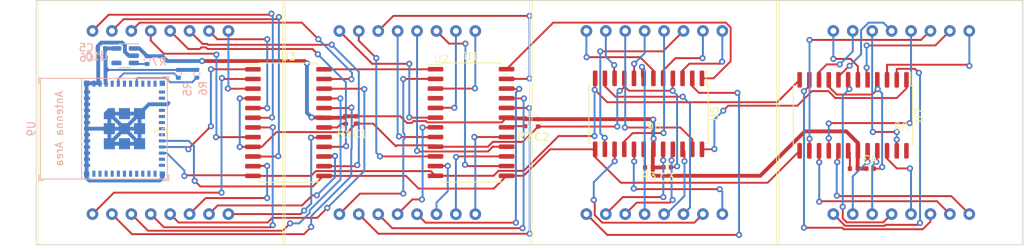
<source format=kicad_pcb>
(kicad_pcb (version 20221018) (generator pcbnew)
  (layers (0 "F.Cu" signal) (31 "B.Cu" signal) (34 "B.Paste" user) (35 "F.Paste" user) (36 "B.SilkS" user "B.Silkscreen") (37 "F.SilkS" user "F.Silkscreen") (38 "B.Mask" user) (39 "F.Mask" user) (44 "Edge.Cuts" user))
  (net 0 "")
  (net 1 "Net-(U3-SEG_B)")
  (net 2 "Net-(U3-DIG_0)")
  (net 3 "Net-(U3-DIG_4)")
  (net 4 "Net-(U3-DIG_6)")
  (net 5 "Net-(U3-DIG_2)")
  (net 6 "Net-(U3-DIG_3)")
  (net 7 "Net-(U3-DIG_7)")
  (net 8 "Net-(U3-DIG_5)")
  (net 9 "Net-(U3-DIG_1)")
  (net 10 "Net-(U3-SEG_A)")
  (net 11 "Net-(U3-SEG_F)")
  (net 12 "Net-(U3-SEG_G)")
  (net 13 "Net-(U3-SEG_C)")
  (net 14 "Net-(U3-SEG_E)")
  (net 15 "Net-(U3-SEG_DP)")
  (net 16 "Net-(U3-SEG_D)")
  (net 17 "Net-(U3-ISET)")
  (net 18 "/Max7219_8x8/DOUT")
  (net 19 "+3.3V")
  (net 20 "/Max7219_8x10/GND")
  (net 21 "/Max7219_8x10/DIN")
  (net 22 "Net-(U9-GPIO2{slash}ADC1_CH2)")
  (net 23 "/ESP32 Section/CS")
  (net 24 "/Max7219_8x10/DOUT")
  (net 25 "/Max7219_8x11/DOUT")
  (net 26 "Net-(U1-ISET)")
  (net 27 "Net-(U5-ISET)")
  (net 28 "Net-(U7-ISET)")
  (net 29 "Net-(U1-DIG_0)")
  (net 30 "Net-(U1-DIG_4)")
  (net 31 "Net-(U1-DIG_6)")
  (net 32 "Net-(U1-DIG_2)")
  (net 33 "Net-(U1-DIG_3)")
  (net 34 "Net-(U1-DIG_7)")
  (net 35 "Net-(U1-DIG_5)")
  (net 36 "Net-(U1-DIG_1)")
  (net 37 "Net-(U1-SEG_A)")
  (net 38 "Net-(U1-SEG_F)")
  (net 39 "Net-(U1-SEG_B)")
  (net 40 "Net-(U1-SEG_G)")
  (net 41 "Net-(U1-SEG_C)")
  (net 42 "Net-(U1-SEG_E)")
  (net 43 "Net-(U1-SEG_DP)")
  (net 44 "Net-(U1-SEG_D)")
  (net 45 "Net-(U5-DIG_0)")
  (net 46 "Net-(U5-DIG_4)")
  (net 47 "Net-(U5-DIG_6)")
  (net 48 "Net-(U5-DIG_2)")
  (net 49 "Net-(U5-DIG_3)")
  (net 50 "Net-(U5-DIG_7)")
  (net 51 "Net-(U5-DIG_5)")
  (net 52 "Net-(U5-DIG_1)")
  (net 53 "Net-(U5-SEG_A)")
  (net 54 "Net-(U5-SEG_F)")
  (net 55 "Net-(U5-SEG_B)")
  (net 56 "Net-(U5-SEG_G)")
  (net 57 "Net-(U5-SEG_C)")
  (net 58 "Net-(U5-SEG_E)")
  (net 59 "Net-(U5-SEG_DP)")
  (net 60 "Net-(U5-SEG_D)")
  (net 61 "Net-(U7-DIG_0)")
  (net 62 "Net-(U7-DIG_4)")
  (net 63 "Net-(U7-DIG_6)")
  (net 64 "Net-(U7-DIG_2)")
  (net 65 "Net-(U7-DIG_3)")
  (net 66 "Net-(U7-DIG_7)")
  (net 67 "Net-(U7-DIG_5)")
  (net 68 "Net-(U7-DIG_1)")
  (net 69 "Net-(U7-SEG_A)")
  (net 70 "Net-(U7-SEG_F)")
  (net 71 "Net-(U7-SEG_B)")
  (net 72 "Net-(U7-SEG_G)")
  (net 73 "Net-(U7-SEG_C)")
  (net 74 "Net-(U7-SEG_E)")
  (net 75 "Net-(U7-SEG_DP)")
  (net 76 "Net-(U7-SEG_D)")
  (net 77 "/ESP32 Section/CLK")
  (net 78 "/ESP32 Section/MOSI")
  (net 79 "GND")
  (net 83 "Net-(U9-EN{slash}CHIP_PU)")
  (net 106 "Net-(U10-EN)")
  (net 108 "VUSB")
  (footprint "Capacitor_SMD:C_0402_1005Metric" (layer "F.Cu") (at 94.4118 53.0326 -90)
    (fp_text reference "C2")
    (fp_text value "0.1uF" hide)
  )
  (footprint "LED_Matrix:8x8" (layer "F.Cu") (at 77.2922 53.0098 180)
    (fp_text reference "U2")
    (fp_text value "KWM-30881CVB")
  )
  (footprint "Capacitor_SMD:C_0402_1005Metric" (layer "F.Cu") (at 137.8178 59.0296)
    (fp_text reference "C4")
    (fp_text value "0.1uF" hide)
  )
  (footprint "Package_SO:SOIC-24W_7.5x15.4mm_P1.27mm" (layer "F.Cu") (at 85.6216 52.9844)
    (fp_text reference "U1")
    (fp_text value "MAX7221xWG")
  )
  (footprint "Package_SO:SOIC-24W_7.5x15.4mm_P1.27mm" (layer "F.Cu") (at 108.841668 51.85 -90)
    (fp_text reference "U5")
    (fp_text value "MAX7221xWG")
  )
  (footprint "Resistor_SMD:R_0402_1005Metric" (layer "F.Cu") (at 69.2122 52.6554 -90)
    (fp_text reference "R1")
    (fp_text value "10k" hide)
  )
  (footprint "LED_Matrix:8x8" (layer "F.Cu") (at 141.9 53 180)
    (fp_text reference "U8")
    (fp_text value "KWM-30881CVB")
  )
  (footprint "Capacitor_SMD:C_0402_1005Metric" (layer "F.Cu") (at 70.5866 52.6516 -90)
    (fp_text reference "C1")
    (fp_text value "0.1uF" hide)
  )
  (footprint "Capacitor_SMD:C_0402_1005Metric" (layer "F.Cu") (at 111.28 58.8518)
    (fp_text reference "C3")
    (fp_text value "0.1uF" hide)
  )
  (footprint "Resistor_SMD:R_0402_1005Metric" (layer "F.Cu") (at 92.6846 52.961 -90)
    (fp_text reference "R2")
    (fp_text value "10k" hide)
  )
  (footprint "Resistor_SMD:R_0402_1005Metric" (layer "F.Cu") (at 135.6848 59.0296 180)
    (fp_text reference "R4" hide)
    (fp_text value "10k")
  )
  (footprint "Package_SO:SOIC-24W_7.5x15.4mm_P1.27mm" (layer "F.Cu") (at 61.7456 53)
    (fp_text reference "U3")
    (fp_text value "MAX7221xWG")
  )
  (footprint "LED_Matrix:8x8" (layer "F.Cu") (at 109.6 53 180)
    (fp_text reference "U6")
    (fp_text value "KWM-30881CVB")
  )
  (footprint "Resistor_SMD:R_0402_1005Metric" (layer "F.Cu") (at 108.8898 58.8772 180)
    (fp_text reference "R3")
    (fp_text value "10k" hide)
  )
  (footprint "Package_SO:SOIC-24W_7.5x15.4mm_P1.27mm" (layer "F.Cu") (at 135.5852 52.0464 -90)
    (fp_text reference "U7")
    (fp_text value "MAX7221xWG")
  )
  (footprint "LED_Matrix:8x8" (layer "F.Cu") (at 45 53 180)
    (fp_text reference "U4")
    (fp_text value "KWM-30881CVB" hide)
  )
  (footprint "Capacitor_SMD:C_0402_1005Metric" (layer "B.Cu") (at 37.3354 44.5008)
    (fp_text reference "C6")
    (fp_text value "10" hide)
  )
  (footprint "Resistor_SMD:R_0402_1005Metric" (layer "B.Cu") (at 47.3456 46.607 -90)
    (fp_text reference "R5")
    (fp_text value "10k" hide)
  )
  (footprint "PCM_Espressif:ESP32-C3-MINI-1" (layer "B.Cu") (at 37.592 53.7976 -90)
    (fp_text reference "U9")
    (fp_text value "ESP32-C3-MINI-1")
  )
  (footprint "Resistor_SMD:R_0402_1005Metric" (layer "B.Cu") (at 49.7586 46.599 -90)
    (fp_text reference "R6")
    (fp_text value "1k" hide)
  )
  (footprint "Package_TO_SOT_SMD:SOT-23-5" (layer "B.Cu") (at 40.3805 44.2316 180)
    (fp_text reference "U10")
    (fp_text value "AP2112K-3.3" hide)
  )
  (footprint "Capacitor_SMD:C_0402_1005Metric" (layer "B.Cu") (at 37.2846 43.2816)
    (fp_text reference "C5")
    (fp_text value "0.1" hide)
  )
  (footprint "Resistor_SMD:R_0402_1005Metric" (layer "B.Cu") (at 43.2562 44.8076 -90)
    (fp_text reference "R7")
    (fp_text value "1k" hide)
  )
  (gr_rect (start 28.75 37) (end 157.75 69) (stroke (width 0.1)) (fill none) (layer "Edge.Cuts"))
  (segment (start 69.1994 56.175) (end 66.3956 56.175) (width 0.25) (layer "F.Cu") (net 1))
  (segment (start 50.130295 43.3578) (end 48.642 43.3578) (width 0.25) (layer "F.Cu") (net 1))
  (segment (start 65.5828 44.0436) (end 64.897 43.3578) (width 0.25) (layer "F.Cu") (net 1))
  (segment (start 69.2912 56.0832) (end 69.1994 56.175) (width 0.25) (layer "F.Cu") (net 1))
  (segment (start 64.897 43.3578) (end 51.164905 43.3578) (width 0.25) (layer "F.Cu") (net 1))
  (segment (start 50.947905 43.1408) (end 50.347295 43.1408) (width 0.25) (layer "F.Cu") (net 1))
  (segment (start 51.164905 43.3578) (end 50.947905 43.1408) (width 0.25) (layer "F.Cu") (net 1))
  (segment (start 50.347295 43.1408) (end 50.130295 43.3578) (width 0.25) (layer "F.Cu") (net 1))
  (segment (start 48.642 43.3578) (end 46.27 40.9858) (width 0.25) (layer "F.Cu") (net 1))
  (via (at 69.2912 56.0832) (size 0.8) (drill 0.4) (layers "F.Cu" "B.Cu") (net 1))
  (via (at 65.5828 44.0436) (size 0.8) (drill 0.4) (layers "F.Cu" "B.Cu") (net 1))
  (segment (start 69.252 47.7128) (end 69.252 56.044) (width 0.25) (layer "B.Cu") (net 1))
  (segment (start 65.5828 44.0436) (end 69.252 47.7128) (width 0.25) (layer "B.Cu") (net 1))
  (segment (start 69.252 56.044) (end 69.2912 56.0832) (width 0.25) (layer "B.Cu") (net 1))
  (segment (start 53.1524 47.285) (end 57.0956 47.285) (width 0.25) (layer "F.Cu") (net 2))
  (segment (start 38.9196 62.1792) (end 52.9844 62.1792) (width 0.25) (layer "F.Cu") (net 2))
  (segment (start 36.11 64.9888) (end 38.9196 62.1792) (width 0.25) (layer "F.Cu") (net 2))
  (segment (start 53.0352 47.1678) (end 53.1524 47.285) (width 0.25) (layer "F.Cu") (net 2))
  (via (at 52.9844 62.1792) (size 0.8) (drill 0.4) (layers "F.Cu" "B.Cu") (net 2))
  (via (at 53.0352 47.1678) (size 0.8) (drill 0.4) (layers "F.Cu" "B.Cu") (net 2))
  (segment (start 52.9844 62.1792) (end 52.9844 47.2186) (width 0.25) (layer "B.Cu") (net 2))
  (segment (start 52.9844 47.2186) (end 53.0352 47.1678) (width 0.25) (layer "B.Cu") (net 2))
  (segment (start 53.8382 48.555) (end 57.0956 48.555) (width 0.25) (layer "F.Cu") (net 3))
  (segment (start 53.8226 48.5394) (end 53.8382 48.555) (width 0.25) (layer "F.Cu") (net 3))
  (via (at 53.8226 48.5394) (size 0.8) (drill 0.4) (layers "F.Cu" "B.Cu") (net 3))
  (segment (start 53.89 40.9858) (end 53.89 48.472) (width 0.25) (layer "B.Cu") (net 3))
  (segment (start 53.89 48.472) (end 53.8226 48.5394) (width 0.25) (layer "B.Cu") (net 3))
  (segment (start 51.35 40.9858) (end 52.4387 42.0745) (width 0.25) (layer "F.Cu") (net 4))
  (segment (start 52.4387 42.0745) (end 58.9655 42.0745) (width 0.25) (layer "F.Cu") (net 4))
  (segment (start 58.9655 51.1048) (end 57.1054 51.1048) (width 0.25) (layer "F.Cu") (net 4))
  (segment (start 57.1054 51.1048) (end 57.0956 51.095) (width 0.25) (layer "F.Cu") (net 4))
  (via (at 58.9655 42.0745) (size 0.8) (drill 0.4) (layers "F.Cu" "B.Cu") (net 4))
  (via (at 58.9655 51.1048) (size 0.8) (drill 0.4) (layers "F.Cu" "B.Cu") (net 4))
  (segment (start 58.9655 42.0745) (end 58.9655 51.1048) (width 0.25) (layer "B.Cu") (net 4))
  (segment (start 38.2338 38.862) (end 36.11 40.9858) (width 0.25) (layer "F.Cu") (net 5))
  (segment (start 59.5122 38.7243) (end 59.3745 38.862) (width 0.25) (layer "F.Cu") (net 5))
  (segment (start 59.3745 38.862) (end 38.2338 38.862) (width 0.25) (layer "F.Cu") (net 5))
  (segment (start 59.5474 52.365) (end 59.5884 52.324) (width 0.25) (layer "F.Cu") (net 5))
  (segment (start 57.0956 52.365) (end 59.5474 52.365) (width 0.25) (layer "F.Cu") (net 5))
  (via (at 59.5884 52.324) (size 0.8) (drill 0.4) (layers "F.Cu" "B.Cu") (net 5))
  (via (at 59.5122 38.7243) (size 0.8) (drill 0.4) (layers "F.Cu" "B.Cu") (net 5))
  (segment (start 59.69 52.2224) (end 59.5884 52.324) (width 0.25) (layer "B.Cu") (net 5))
  (segment (start 59.5122 38.7243) (end 59.69 38.9021) (width 0.25) (layer "B.Cu") (net 5))
  (segment (start 59.69 38.9021) (end 59.69 52.2224) (width 0.25) (layer "B.Cu") (net 5))
  (segment (start 43.73 64.9888) (end 45.4609 66.7197) (width 0.25) (layer "F.Cu") (net 6))
  (segment (start 45.4609 66.7197) (end 59.4155 66.7197) (width 0.25) (layer "F.Cu") (net 6))
  (segment (start 59.6744 53.635) (end 57.0956 53.635) (width 0.25) (layer "F.Cu") (net 6))
  (segment (start 59.4155 66.7197) (end 59.69 66.4452) (width 0.25) (layer "F.Cu") (net 6))
  (segment (start 59.69 53.6194) (end 59.6744 53.635) (width 0.25) (layer "F.Cu") (net 6))
  (via (at 59.69 66.4452) (size 0.8) (drill 0.4) (layers "F.Cu" "B.Cu") (net 6))
  (via (at 59.69 53.6194) (size 0.8) (drill 0.4) (layers "F.Cu" "B.Cu") (net 6))
  (segment (start 59.6762 53.6332) (end 59.69 53.6194) (width 0.25) (layer "B.Cu") (net 6))
  (segment (start 59.6762 66.4314) (end 59.6762 53.6332) (width 0.25) (layer "B.Cu") (net 6))
  (segment (start 59.69 66.4452) (end 59.6762 66.4314) (width 0.25) (layer "B.Cu") (net 6))
  (segment (start 43.73 42.2568) (end 43.73 40.9858) (width 0.25) (layer "F.Cu") (net 7))
  (segment (start 45.4406 43.9674) (end 43.73 42.2568) (width 0.25) (layer "F.Cu") (net 7))
  (segment (start 52.2091 43.9674) (end 45.4406 43.9674) (width 0.25) (layer "F.Cu") (net 7))
  (segment (start 52.2599 54.905) (end 57.0956 54.905) (width 0.25) (layer "F.Cu") (net 7))
  (segment (start 52.324 44.0823) (end 52.2091 43.9674) (width 0.25) (layer "F.Cu") (net 7))
  (via (at 52.2599 54.905) (size 0.8) (drill 0.4) (layers "F.Cu" "B.Cu") (net 7))
  (via (at 52.324 44.0823) (size 0.8) (drill 0.4) (layers "F.Cu" "B.Cu") (net 7))
  (segment (start 52.3102 46.867495) (end 52.3102 47.468105) (width 0.25) (layer "B.Cu") (net 7))
  (segment (start 52.3102 47.468105) (end 52.324 47.481905) (width 0.25) (layer "B.Cu") (net 7))
  (segment (start 52.324 44.0823) (end 52.324 46.853695) (width 0.25) (layer "B.Cu") (net 7))
  (segment (start 52.324 54.8409) (end 52.2599 54.905) (width 0.25) (layer "B.Cu") (net 7))
  (segment (start 52.324 46.853695) (end 52.3102 46.867495) (width 0.25) (layer "B.Cu") (net 7))
  (segment (start 52.324 47.481905) (end 52.324 54.8409) (width 0.25) (layer "B.Cu") (net 7))
  (segment (start 60.4012 57.404) (end 60.3602 57.445) (width 0.25) (layer "F.Cu") (net 8))
  (segment (start 60.211795 39.4488) (end 40.187 39.4488) (width 0.25) (layer "F.Cu") (net 8))
  (segment (start 60.486295 39.1743) (end 60.211795 39.4488) (width 0.25) (layer "F.Cu") (net 8))
  (segment (start 60.3602 57.445) (end 57.0956 57.445) (width 0.25) (layer "F.Cu") (net 8))
  (segment (start 40.187 39.4488) (end 38.65 40.9858) (width 0.25) (layer "F.Cu") (net 8))
  (via (at 60.486295 39.1743) (size 0.8) (drill 0.4) (layers "F.Cu" "B.Cu") (net 8))
  (via (at 60.4012 57.404) (size 0.8) (drill 0.4) (layers "F.Cu" "B.Cu") (net 8))
  (segment (start 60.486295 57.318905) (end 60.4012 57.404) (width 0.25) (layer "B.Cu") (net 8))
  (segment (start 60.486295 39.1743) (end 60.486295 57.318905) (width 0.25) (layer "B.Cu") (net 8))
  (segment (start 52.670295 62.8904) (end 50.9084 62.8904) (width 0.25) (layer "F.Cu") (net 9))
  (segment (start 57.1366 58.674) (end 57.0956 58.715) (width 0.25) (layer "F.Cu") (net 9))
  (segment (start 52.684095 62.9042) (end 52.670295 62.8904) (width 0.25) (layer "F.Cu") (net 9))
  (segment (start 53.284705 62.9042) (end 52.684095 62.9042) (width 0.25) (layer "F.Cu") (net 9))
  (segment (start 50.9084 62.8904) (end 48.81 64.9888) (width 0.25) (layer "F.Cu") (net 9))
  (segment (start 58.9517 58.674) (end 57.1366 58.674) (width 0.25) (layer "F.Cu") (net 9))
  (segment (start 58.9517 62.8904) (end 53.298505 62.8904) (width 0.25) (layer "F.Cu") (net 9))
  (segment (start 53.298505 62.8904) (end 53.284705 62.9042) (width 0.25) (layer "F.Cu") (net 9))
  (via (at 58.9517 62.8904) (size 0.8) (drill 0.4) (layers "F.Cu" "B.Cu") (net 9))
  (via (at 58.9517 58.674) (size 0.8) (drill 0.4) (layers "F.Cu" "B.Cu") (net 9))
  (segment (start 58.9517 62.8904) (end 58.9517 58.674) (width 0.25) (layer "B.Cu") (net 9))
  (segment (start 51.134301 42.6908) (end 50.515 42.6908) (width 0.25) (layer "F.Cu") (net 10))
  (segment (start 67.397149 42.788051) (end 67.3862 42.799) (width 0.25) (layer "F.Cu") (net 10))
  (segment (start 51.242501 42.799) (end 51.134301 42.6908) (width 0.25) (layer "F.Cu") (net 10))
  (segment (start 67.3862 42.799) (end 51.242501 42.799) (width 0.25) (layer "F.Cu") (net 10))
  (segment (start 50.515 42.6908) (end 48.81 40.9858) (width 0.25) (layer "F.Cu") (net 10))
  (segment (start 70.739 58.5724) (end 70.5964 58.715) (width 0.25) (layer "F.Cu") (net 10))
  (segment (start 70.5964 58.715) (end 66.3956 58.715) (width 0.25) (layer "F.Cu") (net 10))
  (via (at 70.739 58.5724) (size 0.8) (drill 0.4) (layers "F.Cu" "B.Cu") (net 10))
  (via (at 67.397149 42.788051) (size 0.8) (drill 0.4) (layers "F.Cu" "B.Cu") (net 10))
  (segment (start 70.9422 46.333102) (end 70.9422 58.3692) (width 0.25) (layer "B.Cu") (net 10))
  (segment (start 67.397149 42.788051) (end 70.9422 46.333102) (width 0.25) (layer "B.Cu") (net 10))
  (segment (start 70.9422 58.3692) (end 70.739 58.5724) (width 0.25) (layer "B.Cu") (net 10))
  (segment (start 63.5254 63.8556) (end 52.4832 63.8556) (width 0.25) (layer "F.Cu") (net 11))
  (segment (start 65.44326 62.538741) (end 64.842259 62.538741) (width 0.25) (layer "F.Cu") (net 11))
  (segment (start 67.8301 57.3786) (end 66.462 57.3786) (width 0.25) (layer "F.Cu") (net 11))
  (segment (start 52.4832 63.8556) (end 51.35 64.9888) (width 0.25) (layer "F.Cu") (net 11))
  (segment (start 64.842259 62.538741) (end 63.5254 63.8556) (width 0.25) (layer "F.Cu") (net 11))
  (segment (start 66.462 57.3786) (end 66.3956 57.445) (width 0.25) (layer "F.Cu") (net 11))
  (via (at 65.44326 62.538741) (size 0.8) (drill 0.4) (layers "F.Cu" "B.Cu") (net 11))
  (via (at 67.8301 57.3786) (size 0.8) (drill 0.4) (layers "F.Cu" "B.Cu") (net 11))
  (segment (start 67.8301 60.151901) (end 67.8301 57.3786) (width 0.25) (layer "B.Cu") (net 11))
  (segment (start 65.44326 62.538741) (end 67.8301 60.151901) (width 0.25) (layer "B.Cu") (net 11))
  (segment (start 64.6938 54.9656) (end 66.335 54.9656) (width 0.25) (layer "F.Cu") (net 12))
  (segment (start 63.794473 64.528282) (end 63.333955 64.9888) (width 0.25) (layer "F.Cu") (net 12))
  (segment (start 63.333955 64.9888) (end 53.89 64.9888) (width 0.25) (layer "F.Cu") (net 12))
  (segment (start 66.335 54.9656) (end 66.3956 54.905) (width 0.25) (layer "F.Cu") (net 12))
  (via (at 64.6938 54.9656) (size 0.8) (drill 0.4) (layers "F.Cu" "B.Cu") (net 12))
  (via (at 63.794473 64.528282) (size 0.8) (drill 0.4) (layers "F.Cu" "B.Cu") (net 12))
  (segment (start 63.794473 64.528282) (end 64.7192 63.603555) (width 0.25) (layer "B.Cu") (net 12))
  (segment (start 64.7192 54.991) (end 64.6938 54.9656) (width 0.25) (layer "B.Cu") (net 12))
  (segment (start 64.7192 63.603555) (end 64.7192 54.991) (width 0.25) (layer "B.Cu") (net 12))
  (segment (start 41.2809 67.6197) (end 38.65 64.9888) (width 0.25) (layer "F.Cu") (net 13))
  (segment (start 64.715451 66.671252) (end 63.767003 67.6197) (width 0.25) (layer "F.Cu") (net 13))
  (segment (start 69.9101 51.095) (end 66.3956 51.095) (width 0.25) (layer "F.Cu") (net 13))
  (segment (start 63.767003 67.6197) (end 41.2809 67.6197) (width 0.25) (layer "F.Cu") (net 13))
  (segment (start 69.9765 51.0286) (end 69.9101 51.095) (width 0.25) (layer "F.Cu") (net 13))
  (via (at 69.9765 51.0286) (size 0.8) (drill 0.4) (layers "F.Cu" "B.Cu") (net 13))
  (via (at 64.715451 66.671252) (size 0.8) (drill 0.4) (layers "F.Cu" "B.Cu") (net 13))
  (segment (start 69.9516 56.448105) (end 70.0162 56.383505) (width 0.25) (layer "B.Cu") (net 13))
  (segment (start 69.9516 60.0202) (end 69.9516 56.448105) (width 0.25) (layer "B.Cu") (net 13))
  (segment (start 64.715451 65.269005) (end 64.969473 65.014983) (width 0.25) (layer "B.Cu") (net 13))
  (segment (start 64.969473 65.002327) (end 69.9516 60.0202) (width 0.25) (layer "B.Cu") (net 13))
  (segment (start 70.0162 56.383505) (end 70.0162 51.0683) (width 0.25) (layer "B.Cu") (net 13))
  (segment (start 64.715451 66.671252) (end 64.715451 65.269005) (width 0.25) (layer "B.Cu") (net 13))
  (segment (start 64.969473 65.014983) (end 64.969473 65.002327) (width 0.25) (layer "B.Cu") (net 13))
  (segment (start 70.0162 51.0683) (end 69.9765 51.0286) (width 0.25) (layer "B.Cu") (net 13))
  (segment (start 60.9866 67.1697) (end 43.3709 67.1697) (width 0.25) (layer "F.Cu") (net 14))
  (segment (start 61.9506 66.2057) (end 60.9866 67.1697) (width 0.25) (layer "F.Cu") (net 14))
  (segment (start 68.5275 49.8348) (end 66.4054 49.8348) (width 0.25) (layer "F.Cu") (net 14))
  (segment (start 43.3709 67.1697) (end 41.19 64.9888) (width 0.25) (layer "F.Cu") (net 14))
  (segment (start 66.4054 49.8348) (end 66.3956 49.825) (width 0.25) (layer "F.Cu") (net 14))
  (via (at 68.5275 49.8348) (size 0.8) (drill 0.4) (layers "F.Cu" "B.Cu") (net 14))
  (via (at 61.9506 66.2057) (size 0.8) (drill 0.4) (layers "F.Cu" "B.Cu") (net 14))
  (segment (start 64.519473 64.487127) (end 68.5546 60.452) (width 0.25) (layer "B.Cu") (net 14))
  (segment (start 63.14236 66.2057) (end 64.519473 64.828587) (width 0.25) (layer "B.Cu") (net 14))
  (segment (start 68.5546 60.452) (end 68.5546 49.8619) (width 0.25) (layer "B.Cu") (net 14))
  (segment (start 64.519473 64.828587) (end 64.519473 64.487127) (width 0.25) (layer "B.Cu") (net 14))
  (segment (start 61.9506 66.2057) (end 63.14236 66.2057) (width 0.25) (layer "B.Cu") (net 14))
  (segment (start 68.5546 49.8619) (end 68.5275 49.8348) (width 0.25) (layer "B.Cu") (net 14))
  (segment (start 65.5152 65.4812) (end 59.628695 65.4812) (width 0.25) (layer "F.Cu") (net 15))
  (segment (start 59.019095 66.0908) (end 47.372 66.0908) (width 0.25) (layer "F.Cu") (net 15))
  (segment (start 71.6061 48.555) (end 66.3956 48.555) (width 0.25) (layer "F.Cu") (net 15))
  (segment (start 59.628695 65.4812) (end 59.019095 66.0908) (width 0.25) (layer "F.Cu") (net 15))
  (segment (start 66.819 64.1774) (end 65.5152 65.4812) (width 0.25) (layer "F.Cu") (net 15))
  (segment (start 71.6667 48.6156) (end 71.6061 48.555) (width 0.25) (layer "F.Cu") (net 15))
  (segment (start 47.372 66.0908) (end 46.27 64.9888) (width 0.25) (layer "F.Cu") (net 15))
  (via (at 71.6667 48.6156) (size 0.8) (drill 0.4) (layers "F.Cu" "B.Cu") (net 15))
  (via (at 66.819 64.1774) (size 0.8) (drill 0.4) (layers "F.Cu" "B.Cu") (net 15))
  (segment (start 66.819 64.1774) (end 71.6667 59.3297) (width 0.25) (layer "B.Cu") (net 15))
  (segment (start 71.6667 59.3297) (end 71.6667 48.6156) (width 0.25) (layer "B.Cu") (net 15))
  (segment (start 69.977 47.3202) (end 69.9418 47.285) (width 0.25) (layer "F.Cu") (net 16))
  (segment (start 69.9418 47.285) (end 66.3956 47.285) (width 0.25) (layer "F.Cu") (net 16))
  (segment (start 42.277 39.8988) (end 41.19 40.9858) (width 0.25) (layer "F.Cu") (net 16))
  (segment (start 65.659 42.0745) (end 63.4833 39.8988) (width 0.25) (layer "F.Cu") (net 16))
  (segment (start 63.4833 39.8988) (end 42.277 39.8988) (width 0.25) (layer "F.Cu") (net 16))
  (via (at 65.659 42.0745) (size 0.8) (drill 0.4) (layers "F.Cu" "B.Cu") (net 16))
  (via (at 69.977 47.3202) (size 0.8) (drill 0.4) (layers "F.Cu" "B.Cu") (net 16))
  (segment (start 65.659 42.0745) (end 70.0532 46.4687) (width 0.25) (layer "B.Cu") (net 16))
  (segment (start 70.0532 46.4687) (end 70.0532 47.244) (width 0.25) (layer "B.Cu") (net 16))
  (segment (start 70.0532 47.244) (end 69.977 47.3202) (width 0.25) (layer "B.Cu") (net 16))
  (segment (start 69.2122 53.1654) (end 68.6022 53.1654) (width 0.25) (layer "F.Cu") (net 17))
  (segment (start 68.1228 53.6448) (end 68.113 53.635) (width 0.25) (layer "F.Cu") (net 17))
  (segment (start 68.113 53.635) (end 66.3956 53.635) (width 0.25) (layer "F.Cu") (net 17))
  (segment (start 68.6022 53.1654) (end 68.1228 53.6448) (width 0.25) (layer "F.Cu") (net 17))
  (segment (start 80.956 46.015) (end 80.9716 45.9994) (width 0.25) (layer "F.Cu") (net 18))
  (segment (start 66.3956 46.015) (end 80.956 46.015) (width 0.25) (layer "F.Cu") (net 18))
  (segment (start 39.243 43.2816) (end 37.7646 43.2816) (width 0.5) (layer "B.Cu") (net 19))
  (segment (start 38.0654 46.097) (end 37.8154 45.847) (width 0.5) (layer "B.Cu") (net 19))
  (segment (start 49.7586 46.089) (end 47.3536 46.089) (width 0.5) (layer "B.Cu") (net 19))
  (segment (start 47.3536 46.089) (end 47.3456 46.097) (width 0.5) (layer "B.Cu") (net 19))
  (segment (start 37.892 47.8976) (end 37.8154 47.821) (width 0.5) (layer "B.Cu") (net 19))
  (segment (start 47.3456 46.097) (end 38.0654 46.097) (width 0.25) (layer "B.Cu") (net 19))
  (segment (start 37.7646 44.45) (end 37.8154 44.5008) (width 0.5) (layer "B.Cu") (net 19))
  (segment (start 37.8154 44.5008) (end 37.8154 45.847) (width 0.5) (layer "B.Cu") (net 19))
  (segment (start 37.8154 47.821) (end 37.8154 45.847) (width 0.5) (layer "B.Cu") (net 19))
  (segment (start 37.7646 43.2816) (end 37.7646 44.45) (width 0.5) (layer "B.Cu") (net 19))
  (segment (start 105.156 48.8442) (end 105.666668 48.333532) (width 0.25) (layer "F.Cu") (net 20))
  (segment (start 55.372 56.1848) (end 57.0858 56.1848) (width 0.25) (layer "F.Cu") (net 20))
  (segment (start 138.2978 59.0296) (end 139.192 59.0296) (width 0.25) (layer "F.Cu") (net 20))
  (segment (start 111.9886 47.228068) (end 112.016668 47.2) (width 0.25) (layer "F.Cu") (net 20))
  (segment (start 97.778868 53.5178) (end 104.745849 53.5178) (width 0.25) (layer "F.Cu") (net 20))
  (segment (start 70.5866 53.1316) (end 69.4582 54.26) (width 0.25) (layer "F.Cu") (net 20))
  (segment (start 80.7921 55.9799) (end 80.9716 56.1594) (width 0.25) (layer "F.Cu") (net 20))
  (segment (start 111.9886 48.8188) (end 111.9886 47.228068) (width 0.25) (layer "F.Cu") (net 20))
  (segment (start 55.3818 49.825) (end 55.372 49.8348) (width 0.25) (layer "F.Cu") (net 20))
  (segment (start 80.9716 56.1594) (end 87.831804 56.1594) (width 0.25) (layer "F.Cu") (net 20))
  (segment (start 57.0956 49.825) (end 55.3818 49.825) (width 0.25) (layer "F.Cu") (net 20))
  (segment (start 57.0858 56.1848) (end 57.0956 56.175) (width 0.25) (layer "F.Cu") (net 20))
  (segment (start 138.0895 49.3273) (end 133.4521 49.3273) (width 0.25) (layer "F.Cu") (net 20))
  (segment (start 88.466804 55.5244) (end 92.4 55.5244) (width 0.25) (layer "F.Cu") (net 20))
  (segment (start 92.4 55.5244) (end 94.4118 53.5126) (width 0.25) (layer "F.Cu") (net 20))
  (segment (start 94.4118 53.5126) (end 94.4118 53.5178) (width 0.25) (layer "F.Cu") (net 20))
  (segment (start 112.4458 58.8518) (end 112.5728 58.7248) (width 0.25) (layer "F.Cu") (net 20))
  (segment (start 65.309 54.26) (end 65.2896 54.2406) (width 0.25) (layer "F.Cu") (net 20))
  (segment (start 138.8145 48.6023) (end 138.8145 47.4507) (width 0.25) (layer "F.Cu") (net 20))
  (segment (start 139.192 59.0296) (end 139.3952 58.8264) (width 0.25) (layer "F.Cu") (net 20))
  (segment (start 105.666668 48.224999) (end 105.666668 47.2) (width 0.25) (layer "F.Cu") (net 20))
  (segment (start 58.252 56.175) (end 57.0956 56.175) (width 0.25) (layer "F.Cu") (net 20))
  (segment (start 138.8145 47.4507) (end 138.7602 47.3964) (width 0.25) (layer "F.Cu") (net 20))
  (segment (start 70.5866 53.1316) (end 72.8166 53.1316) (width 0.25) (layer "F.Cu") (net 20))
  (segment (start 138.8145 48.6023) (end 138.0895 49.3273) (width 0.25) (layer "F.Cu") (net 20))
  (segment (start 106.260469 48.8188) (end 105.666668 48.224999) (width 0.25) (layer "F.Cu") (net 20))
  (segment (start 132.4102 48.2854) (end 132.4102 47.3964) (width 0.25) (layer "F.Cu") (net 20))
  (segment (start 60.1864 54.2406) (end 58.252 56.175) (width 0.25) (layer "F.Cu") (net 20))
  (segment (start 65.2896 54.2406) (end 60.1864 54.2406) (width 0.25) (layer "F.Cu") (net 20))
  (segment (start 69.4582 54.26) (end 65.309 54.26) (width 0.25) (layer "F.Cu") (net 20))
  (segment (start 75.9223 55.9799) (end 80.7921 55.9799) (width 0.25) (layer "F.Cu") (net 20))
  (segment (start 87.831804 56.1594) (end 88.466804 55.5244) (width 0.25) (layer "F.Cu") (net 20))
  (segment (start 105.0655 48.8442) (end 105.156 48.8442) (width 0.25) (layer "F.Cu") (net 20))
  (segment (start 72.8166 53.1316) (end 75.7936 56.1086) (width 0.25) (layer "F.Cu") (net 20))
  (segment (start 105.666668 48.333532) (end 105.666668 47.2) (width 0.25) (layer "F.Cu") (net 20))
  (segment (start 111.76 58.8518) (end 112.4458 58.8518) (width 0.25) (layer "F.Cu") (net 20))
  (segment (start 94.4118 53.5178) (end 97.778868 53.5178) (width 0.25) (layer "F.Cu") (net 20))
  (segment (start 111.9886 48.8188) (end 106.260469 48.8188) (width 0.25) (layer "F.Cu") (net 20))
  (segment (start 104.745849 53.5178) (end 104.749239 53.51441) (width 0.25) (layer "F.Cu") (net 20))
  (segment (start 75.7936 56.1086) (end 75.9223 55.9799) (width 0.25) (layer "F.Cu") (net 20))
  (segment (start 133.4521 49.3273) (end 132.4102 48.2854) (width 0.25) (layer "F.Cu") (net 20))
  (via (at 55.372 56.1848) (size 0.8) (drill 0.4) (layers "F.Cu" "B.Cu") (net 20))
  (via (at 138.8145 48.6023) (size 0.8) (drill 0.4) (layers "F.Cu" "B.Cu") (net 20))
  (via (at 111.9886 48.8188) (size 0.8) (drill 0.4) (layers "F.Cu" "B.Cu") (net 20))
  (via (at 104.749239 53.51441) (size 0.8) (drill 0.4) (layers "F.Cu" "B.Cu") (net 20))
  (via (at 105.0655 48.8442) (size 0.8) (drill 0.4) (layers "F.Cu" "B.Cu") (net 20))
  (via (at 139.3952 58.8264) (size 0.8) (drill 0.4) (layers "F.Cu" "B.Cu") (net 20))
  (via (at 112.5728 58.7248) (size 0.8) (drill 0.4) (layers "F.Cu" "B.Cu") (net 20))
  (via (at 55.372 49.8348) (size 0.8) (drill 0.4) (layers "F.Cu" "B.Cu") (net 20))
  (segment (start 104.749239 53.51441) (end 104.749239 49.160461) (width 0.25) (layer "B.Cu") (net 20))
  (segment (start 112.5728 49.403) (end 111.9886 48.8188) (width 0.25) (layer "B.Cu") (net 20))
  (segment (start 104.749239 49.160461) (end 105.0655 48.8442) (width 0.25) (layer "B.Cu") (net 20))
  (segment (start 55.372 49.8348) (end 55.372 56.1848) (width 0.25) (layer "B.Cu") (net 20))
  (segment (start 112.5728 58.7248) (end 112.5728 49.403) (width 0.25) (layer "B.Cu") (net 20))
  (segment (start 139.3952 49.183) (end 138.8145 48.6023) (width 0.25) (layer "B.Cu") (net 20))
  (segment (start 139.3952 58.8264) (end 139.3952 49.183) (width 0.25) (layer "B.Cu") (net 20))
  (segment (start 119.577 40.5322) (end 119.577 44.9642) (width 0.25) (layer "F.Cu") (net 21))
  (segment (start 118.9436 39.8988) (end 119.577 40.5322) (width 0.25) (layer "F.Cu") (net 21))
  (segment (start 96.3722 39.8988) (end 118.9436 39.8988) (width 0.25) (layer "F.Cu") (net 21))
  (segment (start 90.2716 45.9994) (end 96.3722 39.8988) (width 0.25) (layer "F.Cu") (net 21))
  (segment (start 119.577 44.9642) (end 117.3412 47.2) (width 0.25) (layer "F.Cu") (net 21))
  (segment (start 117.3412 47.2) (end 115.826668 47.2) (width 0.25) (layer "F.Cu") (net 21))
  (segment (start 40.1926 46.547) (end 39.492 47.2476) (width 0.25) (layer "B.Cu") (net 22))
  (segment (start 47.3456 47.117) (end 46.7756 46.547) (width 0.25) (layer "B.Cu") (net 22))
  (segment (start 39.492 47.2476) (end 39.492 47.8976) (width 0.25) (layer "B.Cu") (net 22))
  (segment (start 46.7756 46.547) (end 40.1926 46.547) (width 0.25) (layer "B.Cu") (net 22))
  (segment (start 125.6654 50.3312) (end 128.6002 47.3964) (width 0.25) (layer "F.Cu") (net 23))
  (segment (start 101.801 48.6918) (end 101.801 47.255668) (width 0.25) (layer "F.Cu") (net 23))
  (segment (start 88.570692 59.9694) (end 89.215692 59.3244) (width 0.25) (layer "F.Cu") (net 23))
  (segment (start 97.077404 54.7624) (end 101.7778 54.7624) (width 0.25) (layer "F.Cu") (net 23))
  (segment (start 89.215692 59.3244) (end 92.515404 59.3244) (width 0.25) (layer "F.Cu") (net 23))
  (segment (start 101.801 47.255668) (end 101.856668 47.2) (width 0.25) (layer "F.Cu") (net 23))
  (segment (start 57.0956 59.985) (end 64.694692 59.985) (width 0.25) (layer "F.Cu") (net 23))
  (segment (start 48.223 59.9048) (end 57.0154 59.9048) (width 0.25) (layer "F.Cu") (net 23))
  (segment (start 64.694692 59.985) (end 65.319892 59.3598) (width 0.25) (layer "F.Cu") (net 23))
  (segment (start 101.801 48.6918) (end 103.4404 50.3312) (width 0.25) (layer "F.Cu") (net 23))
  (segment (start 92.515404 59.3244) (end 97.077404 54.7624) (width 0.25) (layer "F.Cu") (net 23))
  (segment (start 48.133 59.9948) (end 48.223 59.9048) (width 0.25) (layer "F.Cu") (net 23))
  (segment (start 65.319892 59.3598) (end 80.362 59.3598) (width 0.25) (layer "F.Cu") (net 23))
  (segment (start 80.9716 59.9694) (end 88.570692 59.9694) (width 0.25) (layer "F.Cu") (net 23))
  (segment (start 103.4404 50.3312) (end 125.6654 50.3312) (width 0.25) (layer "F.Cu") (net 23))
  (segment (start 57.0154 59.9048) (end 57.0956 59.985) (width 0.25) (layer "F.Cu") (net 23))
  (segment (start 80.362 59.3598) (end 80.9716 59.9694) (width 0.25) (layer "F.Cu") (net 23))
  (via (at 48.133 59.9948) (size 0.8) (drill 0.4) (layers "F.Cu" "B.Cu") (net 23))
  (via (at 101.7778 54.7624) (size 0.8) (drill 0.4) (layers "F.Cu" "B.Cu") (net 23))
  (via (at 101.801 48.6918) (size 0.8) (drill 0.4) (layers "F.Cu" "B.Cu") (net 23))
  (segment (start 48.133 59.9948) (end 48.133 59.2886) (width 0.25) (layer "B.Cu") (net 23))
  (segment (start 45.842 56.9976) (end 48.133 59.2886) (width 0.25) (layer "B.Cu") (net 23))
  (segment (start 101.7778 54.7624) (end 101.7778 48.715) (width 0.25) (layer "B.Cu") (net 23))
  (segment (start 101.7778 48.715) (end 101.801 48.6918) (width 0.25) (layer "B.Cu") (net 23))
  (segment (start 45.192 56.9976) (end 45.842 56.9976) (width 0.25) (layer "B.Cu") (net 23))
  (segment (start 133.265704 49.7773) (end 141.313095 49.7773) (width 0.25) (layer "F.Cu") (net 24))
  (segment (start 130.217815 48.8696) (end 132.358004 48.8696) (width 0.25) (layer "F.Cu") (net 24))
  (segment (start 128.306215 50.7812) (end 130.217815 48.8696) (width 0.25) (layer "F.Cu") (net 24))
  (segment (start 141.313095 49.7773) (end 142.5702 48.520195) (width 0.25) (layer "F.Cu") (net 24))
  (segment (start 117.4138 56.5) (end 117.4496 56.4642) (width 0.25) (layer "F.Cu") (net 24))
  (segment (start 119.2718 50.7812) (end 128.306215 50.7812) (width 0.25) (layer "F.Cu") (net 24))
  (segment (start 132.358004 48.8696) (end 133.265704 49.7773) (width 0.25) (layer "F.Cu") (net 24))
  (segment (start 118.618 51.435) (end 119.2718 50.7812) (width 0.25) (layer "F.Cu") (net 24))
  (segment (start 142.5702 48.520195) (end 142.5702 47.3964) (width 0.25) (layer "F.Cu") (net 24))
  (segment (start 115.826668 56.5) (end 117.4138 56.5) (width 0.25) (layer "F.Cu") (net 24))
  (via (at 117.4496 56.4642) (size 0.8) (drill 0.4) (layers "F.Cu" "B.Cu") (net 24))
  (via (at 118.618 51.435) (size 0.8) (drill 0.4) (layers "F.Cu" "B.Cu") (net 24))
  (segment (start 117.4496 56.4642) (end 117.4496 52.6034) (width 0.25) (layer "B.Cu") (net 24))
  (segment (start 117.4496 52.6034) (end 118.618 51.435) (width 0.25) (layer "B.Cu") (net 24))
  (segment (start 90.42 53.471) (end 90.2716 53.6194) (width 0.25) (layer "F.Cu") (net 26))
  (segment (start 92.6846 53.471) (end 90.42 53.471) (width 0.25) (layer "F.Cu") (net 26))
  (segment (start 108.3798 58.8772) (end 108.3798 56.673132) (width 0.25) (layer "F.Cu") (net 27))
  (segment (start 108.3798 56.673132) (end 108.206668 56.5) (width 0.25) (layer "F.Cu") (net 27))
  (segment (start 135.1748 59.0296) (end 135.1748 56.921) (width 0.25) (layer "F.Cu") (net 28))
  (segment (start 135.1748 56.921) (end 134.9502 56.6964) (width 0.25) (layer "F.Cu") (net 28))
  (segment (start 76.7842 47.2694) (end 80.9716 47.2694) (width 0.25) (layer "F.Cu") (net 29))
  (segment (start 76.7588 62.3062) (end 71.0946 62.3062) (width 0.25) (layer "F.Cu") (net 29))
  (segment (start 71.0946 62.3062) (end 68.4022 64.9986) (width 0.25) (layer "F.Cu") (net 29))
  (segment (start 76.7588 47.2948) (end 76.7842 47.2694) (width 0.25) (layer "F.Cu") (net 29))
  (via (at 76.7588 47.2948) (size 0.8) (drill 0.4) (layers "F.Cu" "B.Cu") (net 29))
  (via (at 76.7588 62.3062) (size 0.8) (drill 0.4) (layers "F.Cu" "B.Cu") (net 29))
  (segment (start 76.7588 62.3062) (end 76.7588 55.279705) (width 0.25) (layer "B.Cu") (net 29))
  (segment (start 76.7588 55.279705) (end 76.925 55.113505) (width 0.25) (layer "B.Cu") (net 29))
  (segment (start 76.925 54.512895) (end 76.7588 54.346695) (width 0.25) (layer "B.Cu") (net 29))
  (segment (start 76.925 55.113505) (end 76.925 54.512895) (width 0.25) (layer "B.Cu") (net 29))
  (segment (start 76.7588 54.346695) (end 76.7588 47.2948) (width 0.25) (layer "B.Cu") (net 29))
  (segment (start 86.1314 48.514) (end 86.106 48.5394) (width 0.25) (layer "F.Cu") (net 30))
  (segment (start 86.106 48.5394) (end 80.9716 48.5394) (width 0.25) (layer "F.Cu") (net 30))
  (via (at 86.1314 48.514) (size 0.8) (drill 0.4) (layers "F.Cu" "B.Cu") (net 30))
  (segment (start 86.1822 40.9956) (end 86.1822 48.4632) (width 0.25) (layer "B.Cu") (net 30))
  (segment (start 86.1822 48.4632) (end 86.1314 48.514) (width 0.25) (layer "B.Cu") (net 30))
  (segment (start 80.997 51.054) (end 80.9716 51.0794) (width 0.25) (layer "F.Cu") (net 31))
  (segment (start 83.439 51.054) (end 80.997 51.054) (width 0.25) (layer "F.Cu") (net 31))
  (via (at 83.439 51.054) (size 0.8) (drill 0.4) (layers "F.Cu" "B.Cu") (net 31))
  (segment (start 83.6422 50.8508) (end 83.439 51.054) (width 0.25) (layer "B.Cu") (net 31))
  (segment (start 83.6422 40.9956) (end 83.6422 50.8508) (width 0.25) (layer "B.Cu") (net 31))
  (segment (start 77.5462 52.324) (end 77.5716 52.3494) (width 0.25) (layer "F.Cu") (net 32))
  (segment (start 77.5716 52.3494) (end 80.9716 52.3494) (width 0.25) (layer "F.Cu") (net 32))
  (segment (start 72.6971 45.2905) (end 77.5462 45.2905) (width 0.25) (layer "F.Cu") (net 32))
  (segment (start 68.4022 40.9956) (end 72.6971 45.2905) (width 0.25) (layer "F.Cu") (net 32))
  (via (at 77.5462 45.2905) (size 0.8) (drill 0.4) (layers "F.Cu" "B.Cu") (net 32))
  (via (at 77.5462 52.324) (size 0.8) (drill 0.4) (layers "F.Cu" "B.Cu") (net 32))
  (segment (start 77.5462 45.2905) (end 77.5462 52.324) (width 0.25) (layer "B.Cu") (net 32))
  (segment (start 80.9462 53.6448) (end 80.9716 53.6194) (width 0.25) (layer "F.Cu") (net 33))
  (segment (start 76.0222 64.9986) (end 77.9526 63.0682) (width 0.25) (layer "F.Cu") (net 33))
  (segment (start 79.2867 53.6448) (end 80.9462 53.6448) (width 0.25) (layer "F.Cu") (net 33))
  (segment (start 77.9526 63.0682) (end 79.1972 63.0682) (width 0.25) (layer "F.Cu") (net 33))
  (via (at 79.1972 63.0682) (size 0.8) (drill 0.4) (layers "F.Cu" "B.Cu") (net 33))
  (via (at 79.2867 53.6448) (size 0.8) (drill 0.4) (layers "F.Cu" "B.Cu") (net 33))
  (segment (start 79.1972 63.0682) (end 79.2872 62.9782) (width 0.25) (layer "B.Cu") (net 33))
  (segment (start 79.2872 62.9782) (end 79.2872 53.6453) (width 0.25) (layer "B.Cu") (net 33))
  (segment (start 79.2872 53.6453) (end 79.2867 53.6448) (width 0.25) (layer "B.Cu") (net 33))
  (segment (start 76.2 54.8132) (end 76.2762 54.8894) (width 0.25) (layer "F.Cu") (net 34))
  (segment (start 76.2762 54.8894) (end 80.9716 54.8894) (width 0.25) (layer "F.Cu") (net 34))
  (via (at 76.2 54.8132) (size 0.8) (drill 0.4) (layers "F.Cu" "B.Cu") (net 34))
  (segment (start 76.0222 54.6354) (end 76.2 54.8132) (width 0.25) (layer "B.Cu") (net 34))
  (segment (start 76.0222 40.9956) (end 76.0222 54.6354) (width 0.25) (layer "B.Cu") (net 34))
  (segment (start 70.9422 42.2656) (end 73.2282 44.5516) (width 0.25) (layer "F.Cu") (net 35))
  (segment (start 73.7108 57.4294) (end 80.9716 57.4294) (width 0.25) (layer "F.Cu") (net 35))
  (segment (start 70.9422 40.9956) (end 70.9422 42.2656) (width 0.25) (layer "F.Cu") (net 35))
  (via (at 73.7108 57.4294) (size 0.8) (drill 0.4) (layers "F.Cu" "B.Cu") (net 35))
  (via (at 73.2282 44.5516) (size 0.8) (drill 0.4) (layers "F.Cu" "B.Cu") (net 35))
  (segment (start 73.2282 56.9468) (end 73.7108 57.4294) (width 0.25) (layer "B.Cu") (net 35))
  (segment (start 73.2282 44.5516) (end 73.2282 56.9468) (width 0.25) (layer "B.Cu") (net 35))
  (segment (start 82.5754 58.674) (end 80.997 58.674) (width 0.25) (layer "F.Cu") (net 36))
  (segment (start 80.997 58.674) (end 80.9716 58.6994) (width 0.25) (layer "F.Cu") (net 36))
  (via (at 82.5754 58.674) (size 0.8) (drill 0.4) (layers "F.Cu" "B.Cu") (net 36))
  (segment (start 81.1022 64.9986) (end 81.1022 63.4746) (width 0.25) (layer "B.Cu") (net 36))
  (segment (start 82.5754 62.0014) (end 82.5754 58.674) (width 0.25) (layer "B.Cu") (net 36))
  (segment (start 81.1022 63.4746) (end 82.5754 62.0014) (width 0.25) (layer "B.Cu") (net 36))
  (segment (start 85.0138 58.6994) (end 90.2716 58.6994) (width 0.25) (layer "F.Cu") (net 37))
  (segment (start 84.836 58.5216) (end 85.0138 58.6994) (width 0.25) (layer "F.Cu") (net 37))
  (segment (start 84.8868 42.6466) (end 82.7532 42.6466) (width 0.25) (layer "F.Cu") (net 37))
  (segment (start 82.7532 42.6466) (end 81.1022 40.9956) (width 0.25) (layer "F.Cu") (net 37))
  (via (at 84.836 58.5216) (size 0.8) (drill 0.4) (layers "F.Cu" "B.Cu") (net 37))
  (via (at 84.8868 42.6466) (size 0.8) (drill 0.4) (layers "F.Cu" "B.Cu") (net 37))
  (segment (start 84.8868 44.0182) (end 84.836 44.069) (width 0.25) (layer "B.Cu") (net 37))
  (segment (start 84.836 44.069) (end 84.836 58.5216) (width 0.25) (layer "B.Cu") (net 37))
  (segment (start 84.836 43.9166) (end 84.836 44.069) (width 0.25) (layer "B.Cu") (net 37))
  (segment (start 84.8868 42.6466) (end 84.8868 44.0182) (width 0.25) (layer "B.Cu") (net 37))
  (segment (start 83.6676 57.5089) (end 83.7471 57.4294) (width 0.25) (layer "F.Cu") (net 38))
  (segment (start 83.7471 57.4294) (end 90.2716 57.4294) (width 0.25) (layer "F.Cu") (net 38))
  (via (at 83.6676 57.5089) (size 0.8) (drill 0.4) (layers "F.Cu" "B.Cu") (net 38))
  (segment (start 83.6422 57.5343) (end 83.6676 57.5089) (width 0.25) (layer "B.Cu") (net 38))
  (segment (start 83.6422 64.9986) (end 83.6422 57.5343) (width 0.25) (layer "B.Cu") (net 38))
  (segment (start 87.8432 56.7844) (end 88.519 56.1086) (width 0.25) (layer "F.Cu") (net 39))
  (segment (start 78.6417 56.7844) (end 87.8432 56.7844) (width 0.25) (layer "F.Cu") (net 39))
  (segment (start 88.5698 56.1594) (end 90.2716 56.1594) (width 0.25) (layer "F.Cu") (net 39))
  (segment (start 78.5622 56.7049) (end 78.6417 56.7844) (width 0.25) (layer "F.Cu") (net 39))
  (segment (start 88.519 56.1086) (end 88.5698 56.1594) (width 0.25) (layer "F.Cu") (net 39))
  (via (at 78.5622 56.7049) (size 0.8) (drill 0.4) (layers "F.Cu" "B.Cu") (net 39))
  (segment (start 78.5622 40.9956) (end 78.5622 56.7049) (width 0.25) (layer "B.Cu") (net 39))
  (segment (start 86.0552 54.8894) (end 90.2716 54.8894) (width 0.25) (layer "F.Cu") (net 40))
  (via (at 86.0552 54.8894) (size 0.8) (drill 0.4) (layers "F.Cu" "B.Cu") (net 40))
  (segment (start 86.1822 64.9986) (end 86.1822 55.0164) (width 0.25) (layer "B.Cu") (net 40))
  (segment (start 86.1822 55.0164) (end 86.0552 54.8894) (width 0.25) (layer "B.Cu") (net 40))
  (segment (start 73.5076 67.564) (end 93.2942 67.564) (width 0.25) (layer "F.Cu") (net 41))
  (segment (start 70.9422 64.9986) (end 73.5076 67.564) (width 0.25) (layer "F.Cu") (net 41))
  (segment (start 93.218 51.0794) (end 90.2716 51.0794) (width 0.25) (layer "F.Cu") (net 41))
  (via (at 93.2942 67.564) (size 0.8) (drill 0.4) (layers "F.Cu" "B.Cu") (net 41))
  (via (at 93.218 51.0794) (size 0.8) (drill 0.4) (layers "F.Cu" "B.Cu") (net 41))
  (segment (start 93.2942 67.564) (end 93.2942 51.1556) (width 0.25) (layer "B.Cu") (net 41))
  (segment (start 93.2942 51.1556) (end 93.218 51.0794) (width 0.25) (layer "B.Cu") (net 41))
  (segment (start 73.4822 64.9986) (end 75.3231 66.8395) (width 0.25) (layer "F.Cu") (net 42))
  (segment (start 75.3231 66.8395) (end 92.351678 66.8395) (width 0.25) (layer "F.Cu") (net 42))
  (segment (start 90.297 49.8348) (end 90.2716 49.8094) (width 0.25) (layer "F.Cu") (net 42))
  (segment (start 92.5322 49.8348) (end 90.297 49.8348) (width 0.25) (layer "F.Cu") (net 42))
  (via (at 92.5322 49.8348) (size 0.8) (drill 0.4) (layers "F.Cu" "B.Cu") (net 42))
  (via (at 92.351678 66.8395) (size 0.8) (drill 0.4) (layers "F.Cu" "B.Cu") (net 42))
  (segment (start 92.351678 66.8395) (end 92.493 66.698178) (width 0.25) (layer "B.Cu") (net 42))
  (segment (start 92.493 49.874) (end 92.5322 49.8348) (width 0.25) (layer "B.Cu") (net 42))
  (segment (start 92.493 66.698178) (end 92.493 49.874) (width 0.25) (layer "B.Cu") (net 42))
  (segment (start 79.6786 66.115) (end 91.488818 66.115) (width 0.25) (layer "F.Cu") (net 43))
  (segment (start 78.5622 64.9986) (end 79.6786 66.115) (width 0.25) (layer "F.Cu") (net 43))
  (segment (start 91.9226 48.5902) (end 90.3224 48.5902) (width 0.25) (layer "F.Cu") (net 43))
  (segment (start 90.3224 48.5902) (end 90.2716 48.5394) (width 0.25) (layer "F.Cu") (net 43))
  (via (at 91.488818 66.115) (size 0.8) (drill 0.4) (layers "F.Cu" "B.Cu") (net 43))
  (via (at 91.9226 48.5902) (size 0.8) (drill 0.4) (layers "F.Cu" "B.Cu") (net 43))
  (segment (start 91.488818 49.023982) (end 91.9226 48.5902) (width 0.25) (layer "B.Cu") (net 43))
  (segment (start 91.488818 66.115) (end 91.488818 49.023982) (width 0.25) (layer "B.Cu") (net 43))
  (segment (start 75.4634 39.0144) (end 93.2688 39.0144) (width 0.25) (layer "F.Cu") (net 44))
  (segment (start 93.218 47.2694) (end 90.2716 47.2694) (width 0.25) (layer "F.Cu") (net 44))
  (segment (start 73.4822 40.9956) (end 75.4634 39.0144) (width 0.25) (layer "F.Cu") (net 44))
  (segment (start 93.2688 47.2186) (end 93.218 47.2694) (width 0.25) (layer "F.Cu") (net 44))
  (via (at 93.2688 39.0144) (size 0.8) (drill 0.4) (layers "F.Cu" "B.Cu") (net 44))
  (via (at 93.2688 47.2186) (size 0.8) (drill 0.4) (layers "F.Cu" "B.Cu") (net 44))
  (segment (start 93.2688 39.0144) (end 93.2688 47.2186) (width 0.25) (layer "B.Cu") (net 44))
  (segment (start 114.556668 48.224999) (end 114.556668 47.2) (width 0.25) (layer "F.Cu") (net 45))
  (segment (start 103.4376 67.7164) (end 120.6754 67.7164) (width 0.25) (layer "F.Cu") (net 45))
  (segment (start 115.429869 49.0982) (end 114.556668 48.224999) (width 0.25) (layer "F.Cu") (net 45))
  (segment (start 120.4722 49.0982) (end 115.429869 49.0982) (width 0.25) (layer "F.Cu") (net 45))
  (segment (start 100.71 64.9888) (end 103.4376 67.7164) (width 0.25) (layer "F.Cu") (net 45))
  (via (at 120.4722 49.0982) (size 0.8) (drill 0.4) (layers "F.Cu" "B.Cu") (net 45))
  (via (at 120.6754 67.7164) (size 0.8) (drill 0.4) (layers "F.Cu" "B.Cu") (net 45))
  (segment (start 120.4722 49.0982) (end 120.6754 49.3014) (width 0.25) (layer "B.Cu") (net 45))
  (segment (start 120.6754 49.3014) (end 120.6754 67.7164) (width 0.25) (layer "B.Cu") (net 45))
  (segment (start 118.1978 45.2766) (end 114.185069 45.2766) (width 0.25) (layer "F.Cu") (net 46))
  (segment (start 113.286668 46.175001) (end 113.286668 47.2) (width 0.25) (layer "F.Cu") (net 46))
  (segment (start 114.185069 45.2766) (end 113.286668 46.175001) (width 0.25) (layer "F.Cu") (net 46))
  (segment (start 118.4656 45.0088) (end 118.1978 45.2766) (width 0.25) (layer "F.Cu") (net 46))
  (via (at 118.4656 45.0088) (size 0.8) (drill 0.4) (layers "F.Cu" "B.Cu") (net 46))
  (segment (start 118.49 44.9844) (end 118.4656 45.0088) (width 0.25) (layer "B.Cu") (net 46))
  (segment (start 118.49 40.9858) (end 118.49 44.9844) (width 0.25) (layer "B.Cu") (net 46))
  (segment (start 110.746668 46.175001) (end 110.746668 47.2) (width 0.25) (layer "F.Cu") (net 47))
  (segment (start 115.9002 44.5516) (end 112.370069 44.5516) (width 0.25) (layer "F.Cu") (net 47))
  (segment (start 112.370069 44.5516) (end 110.746668 46.175001) (width 0.25) (layer "F.Cu") (net 47))
  (via (at 115.9002 44.5516) (size 0.8) (drill 0.4) (layers "F.Cu" "B.Cu") (net 47))
  (segment (start 115.95 40.9858) (end 115.95 44.5018) (width 0.25) (layer "B.Cu") (net 47))
  (segment (start 115.95 44.5018) (end 115.9002 44.5516) (width 0.25) (layer "B.Cu") (net 47))
  (segment (start 100.7364 44.4246) (end 107.726267 44.4246) (width 0.25) (layer "F.Cu") (net 48))
  (segment (start 107.726267 44.4246) (end 109.476668 46.175001) (width 0.25) (layer "F.Cu") (net 48))
  (segment (start 109.476668 46.175001) (end 109.476668 47.2) (width 0.25) (layer "F.Cu") (net 48))
  (via (at 100.7364 44.4246) (size 0.8) (drill 0.4) (layers "F.Cu" "B.Cu") (net 48))
  (segment (start 100.71 40.9858) (end 100.71 44.3982) (width 0.25) (layer "B.Cu") (net 48))
  (segment (start 100.71 44.3982) (end 100.7364 44.4246) (width 0.25) (layer "B.Cu") (net 48))
  (segment (start 107.973534 46.966866) (end 108.206668 47.2) (width 0.25) (layer "F.Cu") (net 49))
  (segment (start 107.973534 45.696466) (end 107.973534 46.966866) (width 0.25) (layer "F.Cu") (net 49))
  (via (at 107.973534 45.696466) (size 0.8) (drill 0.4) (layers "F.Cu" "B.Cu") (net 49))
  (segment (start 108.33 46.052932) (end 107.973534 45.696466) (width 0.25) (layer "B.Cu") (net 49))
  (segment (start 108.33 64.9888) (end 108.33 46.052932) (width 0.25) (layer "B.Cu") (net 49))
  (segment (start 106.9594 47.177268) (end 106.936668 47.2) (width 0.25) (layer "F.Cu") (net 50))
  (segment (start 106.9594 45.2882) (end 106.9594 47.177268) (width 0.25) (layer "F.Cu") (net 50))
  (via (at 106.9594 45.2882) (size 0.8) (drill 0.4) (layers "F.Cu" "B.Cu") (net 50))
  (segment (start 108.33 40.9858) (end 108.33 43.9176) (width 0.25) (layer "B.Cu") (net 50))
  (segment (start 108.33 43.9176) (end 106.9594 45.2882) (width 0.25) (layer "B.Cu") (net 50))
  (segment (start 104.3432 47.146532) (end 104.396668 47.2) (width 0.25) (layer "F.Cu") (net 51))
  (segment (start 104.3432 45.466) (end 104.3432 47.146532) (width 0.25) (layer "F.Cu") (net 51))
  (via (at 104.3432 45.466) (size 0.8) (drill 0.4) (layers "F.Cu" "B.Cu") (net 51))
  (segment (start 103.25 40.9858) (end 103.25 44.3728) (width 0.25) (layer "B.Cu") (net 51))
  (segment (start 103.25 44.3728) (end 104.3432 45.466) (width 0.25) (layer "B.Cu") (net 51))
  (segment (start 113.3094 49.6062) (end 104.507869 49.6062) (width 0.25) (layer "F.Cu") (net 52))
  (segment (start 104.507869 49.6062) (end 103.126668 48.224999) (width 0.25) (layer "F.Cu") (net 52))
  (segment (start 103.126668 48.224999) (end 103.126668 47.2) (width 0.25) (layer "F.Cu") (net 52))
  (via (at 113.3094 49.6062) (size 0.8) (drill 0.4) (layers "F.Cu" "B.Cu") (net 52))
  (segment (start 113.41 64.9888) (end 114.263 64.1358) (width 0.25) (layer "B.Cu") (net 52))
  (segment (start 114.263 50.5598) (end 113.3094 49.6062) (width 0.25) (layer "B.Cu") (net 52))
  (segment (start 114.263 64.1358) (end 114.263 50.5598) (width 0.25) (layer "B.Cu") (net 52))
  (segment (start 103.0986 56.471932) (end 103.126668 56.5) (width 0.25) (layer "F.Cu") (net 53))
  (segment (start 103.0986 54.991) (end 103.0986 56.471932) (width 0.25) (layer "F.Cu") (net 53))
  (segment (start 110.7332 43.6626) (end 102.5255 43.6626) (width 0.25) (layer "F.Cu") (net 53))
  (segment (start 113.41 40.9858) (end 110.7332 43.6626) (width 0.25) (layer "F.Cu") (net 53))
  (via (at 102.5255 43.6626) (size 0.8) (drill 0.4) (layers "F.Cu" "B.Cu") (net 53))
  (via (at 103.0986 54.991) (size 0.8) (drill 0.4) (layers "F.Cu" "B.Cu") (net 53))
  (segment (start 102.5255 43.6626) (end 102.5255 54.4179) (width 0.25) (layer "B.Cu") (net 53))
  (segment (start 102.5255 54.4179) (end 103.0986 54.991) (width 0.25) (layer "B.Cu") (net 53))
  (segment (start 115.95 64.9888) (end 114.8226 66.1162) (width 0.25) (layer "F.Cu") (net 54))
  (segment (start 102.7938 66.1162) (end 101.8032 65.1256) (width 0.25) (layer "F.Cu") (net 54))
  (segment (start 101.8032 65.1256) (end 101.8032 63.2714) (width 0.25) (layer "F.Cu") (net 54))
  (segment (start 114.8226 66.1162) (end 102.7938 66.1162) (width 0.25) (layer "F.Cu") (net 54))
  (segment (start 101.8032 63.2714) (end 101.6762 63.1444) (width 0.25) (layer "F.Cu") (net 54))
  (segment (start 104.4194 56.522732) (end 104.396668 56.5) (width 0.25) (layer "F.Cu") (net 54))
  (segment (start 104.4194 58.0644) (end 104.4194 56.522732) (width 0.25) (layer "F.Cu") (net 54))
  (via (at 101.6762 63.1444) (size 0.8) (drill 0.4) (layers "F.Cu" "B.Cu") (net 54))
  (via (at 104.4194 58.0644) (size 0.8) (drill 0.4) (layers "F.Cu" "B.Cu") (net 54))
  (segment (start 101.6762 60.8076) (end 104.4194 58.0644) (width 0.25) (layer "B.Cu") (net 54))
  (segment (start 101.6762 63.1444) (end 101.6762 60.8076) (width 0.25) (layer "B.Cu") (net 54))
  (segment (start 106.772369 54.3693) (end 105.666668 55.475001) (width 0.25) (layer "F.Cu") (net 55))
  (segment (start 110.7948 54.3693) (end 106.772369 54.3693) (width 0.25) (layer "F.Cu") (net 55))
  (segment (start 105.666668 55.475001) (end 105.666668 56.5) (width 0.25) (layer "F.Cu") (net 55))
  (via (at 110.7948 54.3693) (size 0.8) (drill 0.4) (layers "F.Cu" "B.Cu") (net 55))
  (segment (start 110.87 40.9858) (end 110.87 54.2941) (width 0.25) (layer "B.Cu") (net 55))
  (segment (start 110.87 54.2941) (end 110.7948 54.3693) (width 0.25) (layer "B.Cu") (net 55))
  (segment (start 106.9594 56.522732) (end 106.936668 56.5) (width 0.25) (layer "F.Cu") (net 56))
  (segment (start 106.9848 61.722) (end 106.9086 61.6458) (width 0.25) (layer "F.Cu") (net 56))
  (segment (start 106.9594 58.0898) (end 106.9594 56.522732) (width 0.25) (layer "F.Cu") (net 56))
  (segment (start 118.1354 61.722) (end 106.9848 61.722) (width 0.25) (layer "F.Cu") (net 56))
  (via (at 118.1354 61.722) (size 0.8) (drill 0.4) (layers "F.Cu" "B.Cu") (net 56))
  (via (at 106.9086 61.6458) (size 0.8) (drill 0.4) (layers "F.Cu" "B.Cu") (net 56))
  (via (at 106.9594 58.0898) (size 0.8) (drill 0.4) (layers "F.Cu" "B.Cu") (net 56))
  (segment (start 106.9086 58.1406) (end 106.9594 58.0898) (width 0.25) (layer "B.Cu") (net 56))
  (segment (start 118.49 62.0766) (end 118.1354 61.722) (width 0.25) (layer "B.Cu") (net 56))
  (segment (start 106.9086 61.6458) (end 106.9086 58.1406) (width 0.25) (layer "B.Cu") (net 56))
  (segment (start 118.49 64.9888) (end 118.49 62.0766) (width 0.25) (layer "B.Cu") (net 56))
  (segment (start 105.4754 62.7634) (end 110.7694 62.7634) (width 0.25) (layer "F.Cu") (net 57))
  (segment (start 110.751914 56.505246) (end 110.746668 56.5) (width 0.25) (layer "F.Cu") (net 57))
  (segment (start 110.751914 57.942301) (end 110.751914 56.505246) (width 0.25) (layer "F.Cu") (net 57))
  (segment (start 103.25 64.9888) (end 105.4754 62.7634) (width 0.25) (layer "F.Cu") (net 57))
  (via (at 110.751914 57.942301) (size 0.8) (drill 0.4) (layers "F.Cu" "B.Cu") (net 57))
  (via (at 110.7694 62.7634) (size 0.8) (drill 0.4) (layers "F.Cu" "B.Cu") (net 57))
  (segment (start 110.7694 62.7634) (end 110.7694 57.959787) (width 0.25) (layer "B.Cu") (net 57))
  (segment (start 110.7694 57.959787) (end 110.751914 57.942301) (width 0.25) (layer "B.Cu") (net 57))
  (segment (start 111.8483 57.9423) (end 111.8483 56.668368) (width 0.25) (layer "F.Cu") (net 58))
  (segment (start 105.79 64.9888) (end 107.2904 63.4884) (width 0.25) (layer "F.Cu") (net 58))
  (segment (start 111.8483 56.668368) (end 112.016668 56.5) (width 0.25) (layer "F.Cu") (net 58))
  (segment (start 107.2904 63.4884) (end 111.6446 63.4884) (width 0.25) (layer "F.Cu") (net 58))
  (segment (start 111.6446 63.4884) (end 111.9886 63.1444) (width 0.25) (layer "F.Cu") (net 58))
  (via (at 111.8483 57.9423) (size 0.8) (drill 0.4) (layers "F.Cu" "B.Cu") (net 58))
  (via (at 111.9886 63.1444) (size 0.8) (drill 0.4) (layers "F.Cu" "B.Cu") (net 58))
  (segment (start 111.8478 57.9428) (end 111.8483 57.9423) (width 0.25) (layer "B.Cu") (net 58))
  (segment (start 111.9886 63.1444) (end 111.8478 63.0036) (width 0.25) (layer "B.Cu") (net 58))
  (segment (start 111.8478 63.0036) (end 111.8478 57.9428) (width 0.25) (layer "B.Cu") (net 58))
  (segment (start 113.538 58.0644) (end 113.538 56.751332) (width 0.25) (layer "F.Cu") (net 59))
  (segment (start 113.538 56.751332) (end 113.286668 56.5) (width 0.25) (layer "F.Cu") (net 59))
  (via (at 113.538 58.0644) (size 0.8) (drill 0.4) (layers "F.Cu" "B.Cu") (net 59))
  (segment (start 111.169505 64.9888) (end 113.538 62.620305) (width 0.25) (layer "B.Cu") (net 59))
  (segment (start 113.538 62.620305) (end 113.538 58.0644) (width 0.25) (layer "B.Cu") (net 59))
  (segment (start 110.87 64.9888) (end 111.169505 64.9888) (width 0.25) (layer "B.Cu") (net 59))
  (segment (start 113.0046 53.6448) (end 114.556668 55.196868) (width 0.25) (layer "F.Cu") (net 60))
  (segment (start 105.7402 53.6448) (end 113.0046 53.6448) (width 0.25) (layer "F.Cu") (net 60))
  (segment (start 114.556668 55.196868) (end 114.556668 56.5) (width 0.25) (layer "F.Cu") (net 60))
  (via (at 105.7402 53.6448) (size 0.8) (drill 0.4) (layers "F.Cu" "B.Cu") (net 60))
  (segment (start 105.79 53.595) (end 105.7402 53.6448) (width 0.25) (layer "B.Cu") (net 60))
  (segment (start 105.79 40.9858) (end 105.79 53.595) (width 0.25) (layer "B.Cu") (net 60))
  (segment (start 144.0942 66.3956) (end 139.859596 66.3956) (width 0.25) (layer "F.Cu") (net 61))
  (segment (start 139.859596 66.3956) (end 139.729396 66.5258) (width 0.25) (layer "F.Cu") (net 61))
  (segment (start 139.729396 66.5258) (end 134.547 66.5258) (width 0.25) (layer "F.Cu") (net 61))
  (segment (start 134.547 66.5258) (end 133.01 64.9888) (width 0.25) (layer "F.Cu") (net 61))
  (segment (start 143.6745 45.9486) (end 141.3764 45.9486) (width 0.25) (layer "F.Cu") (net 61))
  (segment (start 144.3482 66.1416) (end 144.0942 66.3956) (width 0.25) (layer "F.Cu") (net 61))
  (segment (start 141.3002 46.0248) (end 141.3002 47.3964) (width 0.25) (layer "F.Cu") (net 61))
  (segment (start 144.1958 46.4699) (end 143.6745 45.9486) (width 0.25) (layer "F.Cu") (net 61))
  (segment (start 141.3764 45.9486) (end 141.3002 46.0248) (width 0.25) (layer "F.Cu") (net 61))
  (via (at 144.3482 66.1416) (size 0.8) (drill 0.4) (layers "F.Cu" "B.Cu") (net 61))
  (via (at 144.1958 46.4699) (size 0.8) (drill 0.4) (layers "F.Cu" "B.Cu") (net 61))
  (segment (start 144.3482 66.1416) (end 144.3482 46.6223) (width 0.25) (layer "B.Cu") (net 61))
  (segment (start 144.3482 46.6223) (end 144.1958 46.4699) (width 0.25) (layer "B.Cu") (net 61))
  (segment (start 150.6474 45.4152) (end 140.0302 45.4152) (width 0.25) (layer "F.Cu") (net 62))
  (segment (start 140.0302 45.4152) (end 140.0302 47.3964) (width 0.25) (layer "F.Cu") (net 62))
  (segment (start 150.7998 45.5676) (end 150.6474 45.4152) (width 0.25) (layer "F.Cu") (net 62))
  (via (at 150.7998 45.5676) (size 0.8) (drill 0.4) (layers "F.Cu" "B.Cu") (net 62))
  (segment (start 150.79 40.9858) (end 150.7998 40.9956) (width 0.25) (layer "B.Cu") (net 62))
  (segment (start 150.7998 40.9956) (end 150.7998 45.5676) (width 0.25) (layer "B.Cu") (net 62))
  (segment (start 137.3655 47.2717) (end 137.4902 47.3964) (width 0.25) (layer "F.Cu") (net 63))
  (segment (start 146.3473 42.8885) (end 137.3632 42.8885) (width 0.25) (layer "F.Cu") (net 63))
  (segment (start 137.3655 45.7962) (end 137.3655 47.2717) (width 0.25) (layer "F.Cu") (net 63))
  (segment (start 148.25 40.9858) (end 146.3473 42.8885) (width 0.25) (layer "F.Cu") (net 63))
  (via (at 137.3655 45.7962) (size 0.8) (drill 0.4) (layers "F.Cu" "B.Cu") (net 63))
  (via (at 137.3632 42.8885) (size 0.8) (drill 0.4) (layers "F.Cu" "B.Cu") (net 63))
  (segment (start 137.3632 42.8885) (end 137.3632 45.7939) (width 0.25) (layer "B.Cu") (net 63))
  (segment (start 137.3632 45.7939) (end 137.3655 45.7962) (width 0.25) (layer "B.Cu") (net 63))
  (segment (start 133.01 44.6532) (end 135.255 44.6532) (width 0.25) (layer "F.Cu") (net 64))
  (segment (start 135.255 44.6532) (end 136.2202 45.6184) (width 0.25) (layer "F.Cu") (net 64))
  (segment (start 136.2202 45.6184) (end 136.2202 47.3964) (width 0.25) (layer "F.Cu") (net 64))
  (via (at 133.01 44.6532) (size 0.8) (drill 0.4) (layers "F.Cu" "B.Cu") (net 64))
  (segment (start 133.01 44.6532) (end 133.01 40.9858) (width 0.25) (layer "B.Cu") (net 64))
  (segment (start 139.543 66.0758) (end 134.7574 66.0758) (width 0.25) (layer "F.Cu") (net 65))
  (segment (start 135.1026 47.5488) (end 134.9502 47.3964) (width 0.25) (layer "F.Cu") (net 65))
  (segment (start 134.239 65.5574) (end 134.239 64.0334) (width 0.25) (layer "F.Cu") (net 65))
  (segment (start 135.1026 48.6023) (end 135.1026 47.5488) (width 0.25) (layer "F.Cu") (net 65))
  (segment (start 134.7574 66.0758) (end 134.239 65.5574) (width 0.25) (layer "F.Cu") (net 65))
  (segment (start 140.63 64.9888) (end 139.543 66.0758) (width 0.25) (layer "F.Cu") (net 65))
  (via (at 134.239 64.0334) (size 0.8) (drill 0.4) (layers "F.Cu" "B.Cu") (net 65))
  (via (at 135.1026 48.6023) (size 0.8) (drill 0.4) (layers "F.Cu" "B.Cu") (net 65))
  (segment (start 134.239 64.0334) (end 134.239 49.4659) (width 0.25) (layer "B.Cu") (net 65))
  (segment (start 134.239 49.4659) (end 135.1026 48.6023) (width 0.25) (layer "B.Cu") (net 65))
  (segment (start 133.6802 46.965492) (end 135.086492 45.5592) (width 0.25) (layer "F.Cu") (net 66))
  (segment (start 135.086492 45.5592) (end 135.1364 45.5592) (width 0.25) (layer "F.Cu") (net 66))
  (segment (start 133.6802 47.3964) (end 133.6802 46.965492) (width 0.25) (layer "F.Cu") (net 66))
  (via (at 135.1364 45.5592) (size 0.8) (drill 0.4) (layers "F.Cu" "B.Cu") (net 66))
  (segment (start 139.543 39.8988) (end 140.63 40.9858) (width 0.25) (layer "B.Cu") (net 66))
  (segment (start 135.1364 45.5592) (end 136.6382 44.0574) (width 0.25) (layer "B.Cu") (net 66))
  (segment (start 137.6218 39.8988) (end 139.543 39.8988) (width 0.25) (layer "B.Cu") (net 66))
  (segment (start 136.6382 40.8824) (end 137.6218 39.8988) (width 0.25) (layer "B.Cu") (net 66))
  (segment (start 136.6382 44.0574) (end 136.6382 40.8824) (width 0.25) (layer "B.Cu") (net 66))
  (segment (start 131.1402 46.371401) (end 131.1402 47.3964) (width 0.25) (layer "F.Cu") (net 67))
  (segment (start 132.133901 45.3777) (end 131.1402 46.371401) (width 0.25) (layer "F.Cu") (net 67))
  (segment (start 133.844883 45.3777) (end 132.133901 45.3777) (width 0.25) (layer "F.Cu") (net 67))
  (via (at 133.844883 45.3777) (size 0.8) (drill 0.4) (layers "F.Cu" "B.Cu") (net 67))
  (segment (start 133.844883 45.3777) (end 135.55 43.672583) (width 0.25) (layer "B.Cu") (net 67))
  (segment (start 135.55 43.672583) (end 135.55 40.9858) (width 0.25) (layer "B.Cu") (net 67))
  (segment (start 129.1711 48.89101) (end 129.8702 48.19191) (width 0.25) (layer "F.Cu") (net 68))
  (segment (start 134.360604 66.9758) (end 144.7078 66.9758) (width 0.25) (layer "F.Cu") (net 68))
  (segment (start 129.1706 66.7766) (end 134.161404 66.7766) (width 0.25) (layer "F.Cu") (net 68))
  (segment (start 144.7078 66.9758) (end 145.71 65.9736) (width 0.25) (layer "F.Cu") (net 68))
  (segment (start 134.161404 66.7766) (end 134.360604 66.9758) (width 0.25) (layer "F.Cu") (net 68))
  (segment (start 145.71 65.9736) (end 145.71 64.9888) (width 0.25) (layer "F.Cu") (net 68))
  (segment (start 129.8702 48.19191) (end 129.8702 47.3964) (width 0.25) (layer "F.Cu") (net 68))
  (via (at 129.1711 48.89101) (size 0.8) (drill 0.4) (layers "F.Cu" "B.Cu") (net 68))
  (via (at 129.1706 66.7766) (size 0.8) (drill 0.4) (layers "F.Cu" "B.Cu") (net 68))
  (segment (start 129.1706 48.89151) (end 129.1711 48.89101) (width 0.25) (layer "B.Cu") (net 68))
  (segment (start 129.1706 66.7766) (end 129.1706 48.89151) (width 0.25) (layer "B.Cu") (net 68))
  (segment (start 129.8956 56.671) (end 129.8702 56.6964) (width 0.25) (layer "F.Cu") (net 69))
  (segment (start 145.6534 40.9858) (end 145.6182 41.021) (width 0.25) (layer "F.Cu") (net 69))
  (segment (start 145.6182 41.021) (end 144.4752 42.164) (width 0.25) (layer "F.Cu") (net 69))
  (segment (start 129.8956 55.118) (end 129.8956 56.671) (width 0.25) (layer "F.Cu") (net 69))
  (segment (start 144.4752 42.164) (end 129.8956 42.164) (width 0.25) (layer "F.Cu") (net 69))
  (segment (start 145.71 40.9858) (end 145.6534 40.9858) (width 0.25) (layer "F.Cu") (net 69))
  (via (at 129.8956 42.164) (size 0.8) (drill 0.4) (layers "F.Cu" "B.Cu") (net 69))
  (via (at 129.8956 55.118) (size 0.8) (drill 0.4) (layers "F.Cu" "B.Cu") (net 69))
  (segment (start 129.8956 42.164) (end 129.8956 55.118) (width 0.25) (layer "B.Cu") (net 69))
  (segment (start 131.1656 56.7218) (end 131.1402 56.6964) (width 0.25) (layer "F.Cu") (net 70))
  (segment (start 148.25 64.9888) (end 146.5696 63.3084) (width 0.25) (layer "F.Cu") (net 70))
  (segment (start 131.1656 58.1914) (end 131.1656 56.7218) (width 0.25) (layer "F.Cu") (net 70))
  (segment (start 146.5696 63.3084) (end 131.2302 63.3084) (width 0.25) (layer "F.Cu") (net 70))
  (segment (start 131.2302 63.3084) (end 131.1656 63.373) (width 0.25) (layer "F.Cu") (net 70))
  (via (at 131.1656 63.373) (size 0.8) (drill 0.4) (layers "F.Cu" "B.Cu") (net 70))
  (via (at 131.1656 58.1914) (size 0.8) (drill 0.4) (layers "F.Cu" "B.Cu") (net 70))
  (segment (start 131.1656 63.373) (end 131.1656 58.1914) (width 0.25) (layer "B.Cu") (net 70))
  (segment (start 132.4102 55.0418) (end 132.4102 56.6964) (width 0.25) (layer "F.Cu") (net 71))
  (segment (start 132.461 53.0606) (end 132.4102 53.1114) (width 0.25) (layer "F.Cu") (net 71))
  (segment (start 143.002 53.0606) (end 132.461 53.0606) (width 0.25) (layer "F.Cu") (net 71))
  (via (at 132.4102 55.0418) (size 0.8) (drill 0.4) (layers "F.Cu" "B.Cu") (net 71))
  (via (at 143.002 53.0606) (size 0.8) (drill 0.4) (layers "F.Cu" "B.Cu") (net 71))
  (via (at 132.4102 53.1114) (size 0.8) (drill 0.4) (layers "F.Cu" "B.Cu") (net 71))
  (segment (start 132.4102 53.1114) (end 132.4102 55.0418) (width 0.25) (layer "B.Cu") (net 71))
  (segment (start 143.17 52.8926) (end 143.002 53.0606) (width 0.25) (layer "B.Cu") (net 71))
  (segment (start 143.17 40.9858) (end 143.17 52.8926) (width 0.25) (layer "B.Cu") (net 71))
  (segment (start 133.5145 58.166) (end 133.5145 56.8621) (width 0.25) (layer "F.Cu") (net 72))
  (segment (start 133.477 62.5839) (end 133.5295 62.6364) (width 0.25) (layer "F.Cu") (net 72))
  (segment (start 133.5145 56.8621) (end 133.6802 56.6964) (width 0.25) (layer "F.Cu") (net 72))
  (segment (start 133.5295 62.6364) (end 148.4376 62.6364) (width 0.25) (layer "F.Cu") (net 72))
  (segment (start 148.4376 62.6364) (end 150.79 64.9888) (width 0.25) (layer "F.Cu") (net 72))
  (via (at 133.5145 58.166) (size 0.8) (drill 0.4) (layers "F.Cu" "B.Cu") (net 72))
  (via (at 133.477 62.5839) (size 0.8) (drill 0.4) (layers "F.Cu" "B.Cu") (net 72))
  (segment (start 133.4516 58.2289) (end 133.5145 58.166) (width 0.25) (layer "B.Cu") (net 72))
  (segment (start 133.4516 62.5585) (end 133.4516 58.2289) (width 0.25) (layer "B.Cu") (net 72))
  (segment (start 133.477 62.5839) (end 133.4516 62.5585) (width 0.25) (layer "B.Cu") (net 72))
  (segment (start 137.481699 56.704901) (end 137.4902 56.6964) (width 0.25) (layer "F.Cu") (net 73))
  (segment (start 137.481699 58.1201) (end 137.481699 56.704901) (width 0.25) (layer "F.Cu") (net 73))
  (via (at 137.481699 58.1201) (size 0.8) (drill 0.4) (layers "F.Cu" "B.Cu") (net 73))
  (segment (start 135.55 64.9888) (end 135.55 60.051799) (width 0.25) (layer "B.Cu") (net 73))
  (segment (start 135.55 60.051799) (end 137.481699 58.1201) (width 0.25) (layer "B.Cu") (net 73))
  (segment (start 138.630878 58.144429) (end 138.630878 56.825722) (width 0.25) (layer "F.Cu") (net 74))
  (segment (start 138.630878 56.825722) (end 138.7602 56.6964) (width 0.25) (layer "F.Cu") (net 74))
  (via (at 138.630878 58.144429) (size 0.8) (drill 0.4) (layers "F.Cu" "B.Cu") (net 74))
  (segment (start 138.09 58.685307) (end 138.630878 58.144429) (width 0.25) (layer "B.Cu") (net 74))
  (segment (start 138.09 64.9888) (end 138.09 58.685307) (width 0.25) (layer "B.Cu") (net 74))
  (segment (start 140.0302 57.721399) (end 140.0302 56.6964) (width 0.25) (layer "F.Cu") (net 75))
  (segment (start 143.0274 59.0042) (end 141.313001 59.0042) (width 0.25) (layer "F.Cu") (net 75))
  (segment (start 141.313001 59.0042) (end 140.0302 57.721399) (width 0.25) (layer "F.Cu") (net 75))
  (via (at 143.0274 59.0042) (size 0.8) (drill 0.4) (layers "F.Cu" "B.Cu") (net 75))
  (segment (start 143.17 59.1468) (end 143.0274 59.0042) (width 0.25) (layer "B.Cu") (net 75))
  (segment (start 143.17 64.9888) (end 143.17 59.1468) (width 0.25) (layer "B.Cu") (net 75))
  (segment (start 141.3002 55.2196) (end 141.3002 56.6964) (width 0.25) (layer "F.Cu") (net 76))
  (segment (start 138.176 54.229) (end 141.3002 54.229) (width 0.25) (layer "F.Cu") (net 76))
  (via (at 141.3002 55.2196) (size 0.8) (drill 0.4) (layers "F.Cu" "B.Cu") (net 76))
  (via (at 141.3002 54.229) (size 0.8) (drill 0.4) (layers "F.Cu" "B.Cu") (net 76))
  (via (at 138.176 54.229) (size 0.8) (drill 0.4) (layers "F.Cu" "B.Cu") (net 76))
  (segment (start 141.3002 54.229) (end 141.3002 55.2196) (width 0.25) (layer "B.Cu") (net 76))
  (segment (start 138.09 54.143) (end 138.176 54.229) (width 0.25) (layer "B.Cu") (net 76))
  (segment (start 138.09 40.9858) (end 138.09 54.143) (width 0.25) (layer "B.Cu") (net 76))
  (segment (start 66.3038 59.985) (end 66.3956 59.985) (width 0.25) (layer "F.Cu") (net 77))
  (segment (start 101.856668 57.524999) (end 105.215469 60.8838) (width 0.25) (layer "F.Cu") (net 77))
  (segment (start 88.5952 61.6458) (end 90.2716 59.9694) (width 0.25) (layer "F.Cu") (net 77))
  (segment (start 64.9224 61.3664) (end 66.3038 59.985) (width 0.25) (layer "F.Cu") (net 77))
  (segment (start 50.2158 61.3664) (end 64.9224 61.3664) (width 0.25) (layer "F.Cu") (net 77))
  (segment (start 49.4792 60.6298) (end 50.2158 61.3664) (width 0.25) (layer "F.Cu") (net 77))
  (segment (start 105.215469 60.8838) (end 124.4128 60.8838) (width 0.25) (layer "F.Cu") (net 77))
  (segment (start 95.9762 56.5) (end 101.856668 56.5) (width 0.25) (layer "F.Cu") (net 77))
  (segment (start 124.4128 60.8838) (end 128.6002 56.6964) (width 0.25) (layer "F.Cu") (net 77))
  (segment (start 66.3956 59.985) (end 77.1046 59.985) (width 0.25) (layer "F.Cu") (net 77))
  (segment (start 78.7654 61.6458) (end 88.5952 61.6458) (width 0.25) (layer "F.Cu") (net 77))
  (segment (start 92.5068 59.9694) (end 95.9762 56.5) (width 0.25) (layer "F.Cu") (net 77))
  (segment (start 90.2716 59.9694) (end 92.5068 59.9694) (width 0.25) (layer "F.Cu") (net 77))
  (segment (start 101.856668 56.5) (end 101.856668 57.524999) (width 0.25) (layer "F.Cu") (net 77))
  (segment (start 77.1046 59.985) (end 78.7654 61.6458) (width 0.25) (layer "F.Cu") (net 77))
  (via (at 49.4792 60.6298) (size 0.8) (drill 0.4) (layers "F.Cu" "B.Cu") (net 77))
  (segment (start 49.3776 60.5282) (end 49.3776 56.0832) (width 0.25) (layer "B.Cu") (net 77))
  (segment (start 49.4792 60.6298) (end 49.3776 60.5282) (width 0.25) (layer "B.Cu") (net 77))
  (segment (start 45.192 55.3976) (end 48.692 55.3976) (width 0.25) (layer "B.Cu") (net 77))
  (segment (start 48.692 55.3976) (end 49.3776 56.0832) (width 0.25) (layer "B.Cu") (net 77))
  (segment (start 48.763701 56.493899) (end 48.6531 56.493899) (width 0.25) (layer "F.Cu") (net 78))
  (segment (start 51.5995 53.4803) (end 48.7934 56.2864) (width 0.25) (layer "F.Cu") (net 78))
  (segment (start 48.7934 56.4642) (end 48.763701 56.493899) (width 0.25) (layer "F.Cu") (net 78))
  (segment (start 51.5995 46.015) (end 57.0956 46.015) (width 0.25) (layer "F.Cu") (net 78))
  (segment (start 48.7934 56.2864) (end 48.7934 56.4642) (width 0.25) (layer "F.Cu") (net 78))
  (via (at 51.5995 53.4803) (size 0.8) (drill 0.4) (layers "F.Cu" "B.Cu") (net 78))
  (via (at 48.6531 56.493899) (size 0.8) (drill 0.4) (layers "F.Cu" "B.Cu") (net 78))
  (via (at 51.5995 46.015) (size 0.8) (drill 0.4) (layers "F.Cu" "B.Cu") (net 78))
  (segment (start 51.5995 46.015) (end 51.5995 53.4803) (width 0.25) (layer "B.Cu") (net 78))
  (segment (start 48.634899 56.493899) (end 48.3386 56.1976) (width 0.25) (layer "B.Cu") (net 78))
  (segment (start 48.6531 56.493899) (end 48.634899 56.493899) (width 0.25) (layer "B.Cu") (net 78))
  (segment (start 45.192 56.1976) (end 48.3386 56.1976) (width 0.25) (layer "B.Cu") (net 78))
  (segment (start 37.256601 42.5196) (end 36.8046 42.971601) (width 0.5) (layer "B.Cu") (net 79))
  (segment (start 36.8046 42.971601) (end 36.8046 43.2816) (width 0.5) (layer "B.Cu") (net 79))
  (segment (start 43.492 50.5976) (end 42.267 51.8226) (width 0.5) (layer "B.Cu") (net 79))
  (segment (start 40.855501 44.2316) (end 40.3555 43.731599) (width 0.5) (layer "B.Cu") (net 79))
  (segment (start 35.342 47.8476) (end 35.342 59.7476) (width 0.5) (layer "B.Cu") (net 79))
  (segment (start 38.317 55.7726) (end 42.267 55.7726) (width 0.5) (layer "B.Cu") (net 79))
  (segment (start 40.3555 42.878916) (end 39.996184 42.5196) (width 0.5) (layer "B.Cu") (net 79))
  (segment (start 42.267 55.7726) (end 42.267 51.8226) (width 0.5) (layer "B.Cu") (net 79))
  (segment (start 36.8046 44.45) (end 36.8554 44.5008) (width 0.5) (layer "B.Cu") (net 79))
  (segment (start 38.317 53.7976) (end 35.392 53.7976) (width 0.5) (layer "B.Cu") (net 79))
  (segment (start 37.092 47.8976) (end 36.8554 47.661) (width 0.5) (layer "B.Cu") (net 79))
  (segment (start 38.317 51.8226) (end 42.267 55.7726) (width 0.5) (layer "B.Cu") (net 79))
  (segment (start 35.6838 60.5894) (end 35.342 60.2476) (width 0.5) (layer "B.Cu") (net 79))
  (segment (start 38.317 51.8226) (end 38.317 55.7726) (width 0.5) (layer "B.Cu") (net 79))
  (segment (start 44.9002 60.5894) (end 35.6838 60.5894) (width 0.5) (layer "B.Cu") (net 79))
  (segment (start 35.342 47.8476) (end 37.042 47.8476) (width 0.5) (layer "B.Cu") (net 79))
  (segment (start 36.8046 43.2816) (end 36.8046 44.45) (width 0.5) (layer "B.Cu") (net 79))
  (segment (start 42.267 51.8226) (end 38.317 51.8226) (width 0.5) (layer "B.Cu") (net 79))
  (segment (start 42.267 51.8226) (end 38.317 55.7726) (width 0.5) (layer "B.Cu") (net 79))
  (segment (start 45.192 50.5976) (end 43.492 50.5976) (width 0.5) (layer "B.Cu") (net 79))
  (segment (start 36.8554 47.661) (end 36.8554 44.5008) (width 0.5) (layer "B.Cu") (net 79))
  (segment (start 41.518 44.2316) (end 40.855501 44.2316) (width 0.5) (layer "B.Cu") (net 79))
  (segment (start 40.3555 43.731599) (end 40.3555 42.878916) (width 0.5) (layer "B.Cu") (net 79))
  (segment (start 45.242 59.7476) (end 45.242 60.2476) (width 0.5) (layer "B.Cu") (net 79))
  (segment (start 37.042 47.8476) (end 37.092 47.8976) (width 0.5) (layer "B.Cu") (net 79))
  (segment (start 35.342 60.2476) (end 35.342 59.7476) (width 0.5) (layer "B.Cu") (net 79))
  (segment (start 45.892 50.5976) (end 45.192 50.5976) (width 0.5) (layer "B.Cu") (net 79))
  (segment (start 39.996184 42.5196) (end 37.256601 42.5196) (width 0.5) (layer "B.Cu") (net 79))
  (segment (start 46.0502 50.4394) (end 45.892 50.5976) (width 0.5) (layer "B.Cu") (net 79))
  (segment (start 45.242 60.2476) (end 44.9002 60.5894) (width 0.5) (layer "B.Cu") (net 79))
  (segment (start 42.267 53.7976) (end 38.317 53.7976) (width 0.5) (layer "B.Cu") (net 79))
  (segment (start 41.967 47.1726) (end 41.892 47.2476) (width 0.25) (layer "B.Cu") (net 83))
  (segment (start 49.1556 47.712) (end 46.2826 47.712) (width 0.25) (layer "B.Cu") (net 83))
  (segment (start 45.7432 47.1726) (end 41.967 47.1726) (width 0.25) (layer "B.Cu") (net 83))
  (segment (start 46.2826 47.712) (end 45.7432 47.1726) (width 0.25) (layer "B.Cu") (net 83))
  (segment (start 49.7586 47.109) (end 49.1556 47.712) (width 0.25) (layer "B.Cu") (net 83))
  (segment (start 41.892 47.2476) (end 41.892 47.8976) (width 0.25) (layer "B.Cu") (net 83))
  (segment (start 43.2562 45.3176) (end 41.654 45.3176) (width 0.25) (layer "B.Cu") (net 106))
  (segment (start 41.654 45.3176) (end 41.518 45.1816) (width 0.25) (layer "B.Cu") (net 106))
  (segment (start 69.2142 52.1454) (end 69.215 52.1462) (width 0.5) (layer "F.Cu") (net 108))
  (segment (start 92.7862 52.5526) (end 92.6846 52.451) (width 0.5) (layer "F.Cu") (net 108))
  (segment (start 89.6466 52.9744) (end 90.2716 52.3494) (width 0.25) (layer "F.Cu") (net 108))
  (segment (start 136.1948 59.0296) (end 136.1948 56.7218) (width 0.5) (layer "F.Cu") (net 108))
  (segment (start 109.3978 52.5526) (end 109.4486 52.6034) (width 0.5) (layer "F.Cu") (net 108))
  (segment (start 109.3998 58.8772) (end 109.3998 56.576868) (width 0.5) (layer "F.Cu") (net 108))
  (segment (start 98.631268 52.5526) (end 109.3978 52.5526) (width 0.5) (layer "F.Cu") (net 108))
  (segment (start 79.895692 52.9744) (end 89.6466 52.9744) (width 0.25) (layer "F.Cu") (net 108))
  (segment (start 109.5502 59.9694) (end 123.449516 59.9694) (width 0.5) (layer "F.Cu") (net 108))
  (segment (start 90.3732 52.451) (end 90.2716 52.3494) (width 0.5) (layer "F.Cu") (net 108))
  (segment (start 64.77 52.324) (end 66.3546 52.324) (width 0.5) (layer "F.Cu") (net 108))
  (segment (start 69.2384 52.1716) (end 69.2122 52.1454) (width 0.5) (layer "F.Cu") (net 108))
  (segment (start 79.720692 52.7994) (end 79.895692 52.9744) (width 0.25) (layer "F.Cu") (net 108))
  (segment (start 69.2122 52.1454) (end 69.2142 52.1454) (width 0.5) (layer "F.Cu") (net 108))
  (segment (start 109.3998 56.576868) (end 109.476668 56.5) (width 0.5) (layer "F.Cu") (net 108))
  (segment (start 109.3998 58.8772) (end 109.3998 59.819) (width 0.5) (layer "F.Cu") (net 108))
  (segment (start 129.266116 54.1528) (end 134.701599 54.1528) (width 0.5) (layer "F.Cu") (net 108))
  (segment (start 64.77 52.324) (end 64.9206 52.324) (width 0.5) (layer "F.Cu") (net 108))
  (segment (start 76.368495 52.1716) (end 77.245895 53.049) (width 0.25) (layer "F.Cu") (net 108))
  (segment (start 123.449516 59.9694) (end 129.266116 54.1528) (width 0.5) (layer "F.Cu") (net 108))
  (segment (start 66.3546 52.324) (end 66.3956 52.365) (width 0.5) (layer "F.Cu") (net 108))
  (segment (start 110.7746 58.8772) (end 110.8 58.8518) (width 0.5) (layer "F.Cu") (net 108))
  (segment (start 109.4994 56.477268) (end 109.476668 56.5) (width 0.5) (layer "F.Cu") (net 108))
  (segment (start 134.701599 54.1528) (end 136.2202 55.671401) (width 0.5) (layer "F.Cu") (net 108))
  (segment (start 77.846505 53.049) (end 78.096105 52.7994) (width 0.25) (layer "F.Cu") (net 108))
  (segment (start 63.8556 44.9326) (end 64.1604 45.2374) (width 0.5) (layer "F.Cu") (net 108))
  (segment (start 136.1948 59.0296) (end 137.3378 59.0296) (width 0.5) (layer "F.Cu") (net 108))
  (segment (start 69.215 52.1462) (end 68.9962 52.365) (width 0.5) (layer "F.Cu") (net 108))
  (segment (start 109.3998 59.819) (end 109.5502 59.9694) (width 0.5) (layer "F.Cu") (net 108))
  (segment (start 70.5866 52.1716) (end 69.2384 52.1716) (width 0.5) (layer "F.Cu") (net 108))
  (segment (start 50.4444 44.9326) (end 63.8556 44.9326) (width 0.5) (layer "F.Cu") (net 108))
  (segment (start 64.9206 52.324) (end 64.9206 52.2986) (width 0.5) (layer "F.Cu") (net 108))
  (segment (start 77.245895 53.049) (end 77.846505 53.049) (width 0.25) (layer "F.Cu") (net 108))
  (segment (start 109.4994 55.0938) (end 109.4994 56.477268) (width 0.5) (layer "F.Cu") (net 108))
  (segment (start 98.631268 52.5526) (end 94.4118 52.5526) (width 0.5) (layer "F.Cu") (net 108))
  (segment (start 78.096105 52.7994) (end 79.720692 52.7994) (width 0.25) (layer "F.Cu") (net 108))
  (segment (start 92.6846 52.451) (end 90.3732 52.451) (width 0.5) (layer "F.Cu") (net 108))
  (segment (start 70.5866 52.1716) (end 76.368495 52.1716) (width 0.25) (layer "F.Cu") (net 108))
  (segment (start 94.4118 52.5526) (end 92.7862 52.5526) (width 0.5) (layer "F.Cu") (net 108))
  (segment (start 68.9962 52.365) (end 66.3956 52.365) (width 0.5) (layer "F.Cu") (net 108))
  (segment (start 136.2202 55.671401) (end 136.2202 56.6964) (width 0.5) (layer "F.Cu") (net 108))
  (segment (start 136.1948 56.7218) (end 136.2202 56.6964) (width 0.5) (layer "F.Cu") (net 108))
  (segment (start 109.3998 58.8772) (end 110.7746 58.8772) (width 0.5) (layer "F.Cu") (net 108))
  (via (at 50.4444 44.9326) (size 0.8) (drill 0.4) (layers "F.Cu" "B.Cu") (net 108))
  (via (at 64.1604 45.2374) (size 0.8) (drill 0.4) (layers "F.Cu" "B.Cu") (net 108))
  (via (at 64.77 52.324) (size 0.8) (drill 0.4) (layers "F.Cu" "B.Cu") (net 108))
  (via (at 109.4994 55.0938) (size 0.8) (drill 0.4) (layers "F.Cu" "B.Cu") (net 108))
  (via (at 109.4486 52.6034) (size 0.8) (drill 0.4) (layers "F.Cu" "B.Cu") (net 108))
  (segment (start 50.4444 44.9326) (end 45.8978 44.9326) (width 0.5) (layer "B.Cu") (net 108))
  (segment (start 109.4486 55.043) (end 109.4994 55.0938) (width 0.5) (layer "B.Cu") (net 108))
  (segment (start 41.518 43.2816) (end 42.2402 43.2816) (width 0.5) (layer "B.Cu") (net 108))
  (segment (start 45.8978 44.9326) (end 45.2628 44.2976) (width 0.5) (layer "B.Cu") (net 108))
  (segment (start 41.5648 43.3284) (end 41.518 43.2816) (width 0.5) (layer "B.Cu") (net 108))
  (segment (start 64.1604 45.2374) (end 64.1604 51.7144) (width 0.5) (layer "B.Cu") (net 108))
  (segment (start 45.2628 44.2976) (end 43.2562 44.2976) (width 0.5) (layer "B.Cu") (net 108))
  (segment (start 109.4486 52.6034) (end 109.4486 55.043) (width 0.5) (layer "B.Cu") (net 108))
  (segment (start 42.2402 43.2816) (end 43.2562 44.2976) (width 0.5) (layer "B.Cu") (net 108))
  (segment (start 64.1604 51.7144) (end 64.77 52.324) (width 0.5) (layer "B.Cu") (net 108))
)
</source>
